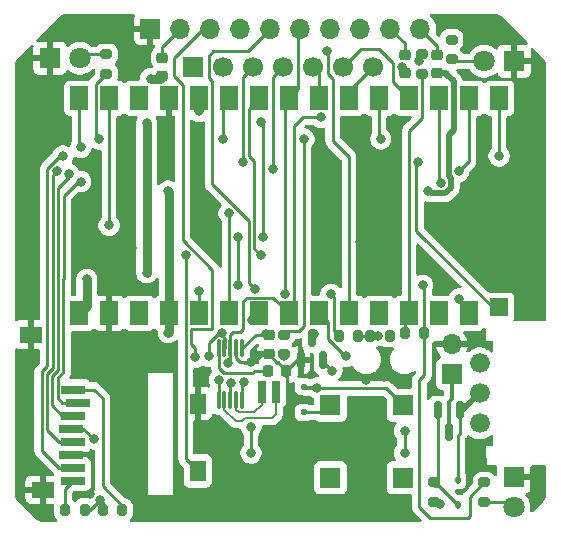
<source format=gbr>
%TF.GenerationSoftware,KiCad,Pcbnew,9.0.1*%
%TF.CreationDate,2025-06-10T11:43:45-04:00*%
%TF.ProjectId,Ceinture_respiration_Main,4365696e-7475-4726-955f-726573706972,1.1*%
%TF.SameCoordinates,Original*%
%TF.FileFunction,Copper,L4,Bot*%
%TF.FilePolarity,Positive*%
%FSLAX46Y46*%
G04 Gerber Fmt 4.6, Leading zero omitted, Abs format (unit mm)*
G04 Created by KiCad (PCBNEW 9.0.1) date 2025-06-10 11:43:45*
%MOMM*%
%LPD*%
G01*
G04 APERTURE LIST*
G04 Aperture macros list*
%AMRoundRect*
0 Rectangle with rounded corners*
0 $1 Rounding radius*
0 $2 $3 $4 $5 $6 $7 $8 $9 X,Y pos of 4 corners*
0 Add a 4 corners polygon primitive as box body*
4,1,4,$2,$3,$4,$5,$6,$7,$8,$9,$2,$3,0*
0 Add four circle primitives for the rounded corners*
1,1,$1+$1,$2,$3*
1,1,$1+$1,$4,$5*
1,1,$1+$1,$6,$7*
1,1,$1+$1,$8,$9*
0 Add four rect primitives between the rounded corners*
20,1,$1+$1,$2,$3,$4,$5,0*
20,1,$1+$1,$4,$5,$6,$7,0*
20,1,$1+$1,$6,$7,$8,$9,0*
20,1,$1+$1,$8,$9,$2,$3,0*%
G04 Aperture macros list end*
%TA.AperFunction,ComponentPad*%
%ADD10C,1.676400*%
%TD*%
%TA.AperFunction,ComponentPad*%
%ADD11R,1.800000X1.800000*%
%TD*%
%TA.AperFunction,ComponentPad*%
%ADD12C,1.800000*%
%TD*%
%TA.AperFunction,ComponentPad*%
%ADD13R,1.700000X1.700000*%
%TD*%
%TA.AperFunction,ComponentPad*%
%ADD14C,1.700000*%
%TD*%
%TA.AperFunction,SMDPad,CuDef*%
%ADD15RoundRect,0.200000X-0.275000X0.200000X-0.275000X-0.200000X0.275000X-0.200000X0.275000X0.200000X0*%
%TD*%
%TA.AperFunction,SMDPad,CuDef*%
%ADD16RoundRect,0.200000X0.200000X0.275000X-0.200000X0.275000X-0.200000X-0.275000X0.200000X-0.275000X0*%
%TD*%
%TA.AperFunction,SMDPad,CuDef*%
%ADD17RoundRect,0.150000X-0.150000X0.587500X-0.150000X-0.587500X0.150000X-0.587500X0.150000X0.587500X0*%
%TD*%
%TA.AperFunction,ComponentPad*%
%ADD18O,1.700000X1.700000*%
%TD*%
%TA.AperFunction,SMDPad,CuDef*%
%ADD19RoundRect,0.075000X-0.075000X0.650000X-0.075000X-0.650000X0.075000X-0.650000X0.075000X0.650000X0*%
%TD*%
%TA.AperFunction,SMDPad,CuDef*%
%ADD20RoundRect,0.150000X0.150000X-0.587500X0.150000X0.587500X-0.150000X0.587500X-0.150000X-0.587500X0*%
%TD*%
%TA.AperFunction,SMDPad,CuDef*%
%ADD21RoundRect,0.200000X-0.200000X-0.275000X0.200000X-0.275000X0.200000X0.275000X-0.200000X0.275000X0*%
%TD*%
%TA.AperFunction,SMDPad,CuDef*%
%ADD22R,2.000000X0.800000*%
%TD*%
%TA.AperFunction,SMDPad,CuDef*%
%ADD23R,1.400000X1.800000*%
%TD*%
%TA.AperFunction,SMDPad,CuDef*%
%ADD24R,1.900000X1.400000*%
%TD*%
%TA.AperFunction,SMDPad,CuDef*%
%ADD25RoundRect,0.144400X0.235600X-0.825600X0.235600X0.825600X-0.235600X0.825600X-0.235600X-0.825600X0*%
%TD*%
%TA.AperFunction,SMDPad,CuDef*%
%ADD26R,1.800000X1.800000*%
%TD*%
%TA.AperFunction,SMDPad,CuDef*%
%ADD27RoundRect,0.112500X-0.112500X0.187500X-0.112500X-0.187500X0.112500X-0.187500X0.112500X0.187500X0*%
%TD*%
%TA.AperFunction,SMDPad,CuDef*%
%ADD28RoundRect,0.218750X-0.256250X0.218750X-0.256250X-0.218750X0.256250X-0.218750X0.256250X0.218750X0*%
%TD*%
%TA.AperFunction,SMDPad,CuDef*%
%ADD29RoundRect,0.225000X-0.225000X-0.250000X0.225000X-0.250000X0.225000X0.250000X-0.225000X0.250000X0*%
%TD*%
%TA.AperFunction,SMDPad,CuDef*%
%ADD30RoundRect,0.125000X0.125000X-0.125000X0.125000X0.125000X-0.125000X0.125000X-0.125000X-0.125000X0*%
%TD*%
%TA.AperFunction,SMDPad,CuDef*%
%ADD31RoundRect,0.200000X0.275000X-0.200000X0.275000X0.200000X-0.275000X0.200000X-0.275000X-0.200000X0*%
%TD*%
%TA.AperFunction,SMDPad,CuDef*%
%ADD32RoundRect,0.225000X-0.250000X0.225000X-0.250000X-0.225000X0.250000X-0.225000X0.250000X0.225000X0*%
%TD*%
%TA.AperFunction,SMDPad,CuDef*%
%ADD33R,1.560000X2.000000*%
%TD*%
%TA.AperFunction,SMDPad,CuDef*%
%ADD34R,1.560000X1.500000*%
%TD*%
%TA.AperFunction,ViaPad*%
%ADD35C,0.800000*%
%TD*%
%TA.AperFunction,Conductor*%
%ADD36C,0.250000*%
%TD*%
%TA.AperFunction,Conductor*%
%ADD37C,0.500000*%
%TD*%
%TA.AperFunction,Conductor*%
%ADD38C,0.750000*%
%TD*%
%TA.AperFunction,Conductor*%
%ADD39C,0.200000*%
%TD*%
%TA.AperFunction,Conductor*%
%ADD40C,0.350000*%
%TD*%
G04 APERTURE END LIST*
D10*
%TO.P,S1,O*%
%TO.N,/BATTERIE 9V/VBAT*%
X39369750Y-29598000D03*
%TO.P,S1,P*%
%TO.N,/BATTERIE 9V/BAT+_PROT*%
X39369750Y-32138000D03*
%TO.P,S1,S*%
%TO.N,unconnected-(S1-PadS)*%
X39369750Y-34678000D03*
%TD*%
D11*
%TO.P,D5,1,K*%
%TO.N,GND*%
X42250000Y-39225000D03*
D12*
%TO.P,D5,2,A*%
%TO.N,Net-(D5-A)*%
X42250000Y-41765000D03*
%TD*%
D11*
%TO.P,D2,1,K*%
%TO.N,GND*%
X2975000Y-3750000D03*
D12*
%TO.P,D2,2,A*%
%TO.N,Net-(D2-A)*%
X5515000Y-3750000D03*
%TD*%
D11*
%TO.P,D1,1,K*%
%TO.N,GND*%
X42275000Y-4000000D03*
D12*
%TO.P,D1,2,A*%
%TO.N,Net-(D1-A)*%
X39735000Y-4000000D03*
%TD*%
D13*
%TO.P,J8,1,Pin_1*%
%TO.N,GND*%
X15090000Y-4500000D03*
D14*
%TO.P,J8,2,Pin_2*%
%TO.N,+3.3V*%
X17630000Y-4500000D03*
%TO.P,J8,3,Pin_3*%
%TO.N,/DEVICES/SCK*%
X20170000Y-4500000D03*
%TO.P,J8,4,Pin_4*%
%TO.N,/DEVICES/MOSI*%
X22710000Y-4500000D03*
%TO.P,J8,5,Pin_5*%
%TO.N,/DEVICES/OLED_RST*%
X25250000Y-4500000D03*
%TO.P,J8,6,Pin_6*%
%TO.N,/DEVICES/OLED_DC*%
X27790000Y-4500000D03*
%TO.P,J8,7,Pin_7*%
%TO.N,/DEVICES/OLED_CS*%
X30330000Y-4500000D03*
%TD*%
D15*
%TO.P,R8,1*%
%TO.N,/BATTERIE 9V/24V_PROT_GATE*%
X35500000Y-39675000D03*
%TO.P,R8,2*%
%TO.N,GND*%
X35500000Y-41325000D03*
%TD*%
D16*
%TO.P,R10,1*%
%TO.N,+3.3V*%
X29075000Y-27250000D03*
%TO.P,R10,2*%
%TO.N,/SCL*%
X27425000Y-27250000D03*
%TD*%
D17*
%TO.P,Q2,1,G*%
%TO.N,/BATTERIE 9V/24V_PROT_GATE*%
X35800000Y-33562500D03*
%TO.P,Q2,2,S*%
%TO.N,/BATTERIE 9V/BAT+_PROT*%
X37700000Y-33562500D03*
%TO.P,Q2,3,D*%
%TO.N,/BATTERIE 9V/BAT+*%
X36750000Y-35437500D03*
%TD*%
D13*
%TO.P,J2,1,Pin_1*%
%TO.N,GND*%
X11460000Y-1270000D03*
D18*
%TO.P,J2,2,Pin_2*%
%TO.N,Net-(J2-Pin_2)*%
X14000000Y-1270000D03*
%TO.P,J2,3,Pin_3*%
%TO.N,/MCU/EXT1*%
X16540000Y-1270000D03*
%TO.P,J2,4,Pin_4*%
%TO.N,/MCU/EXT2*%
X19080000Y-1270000D03*
%TO.P,J2,5,Pin_5*%
%TO.N,/MCU/EXT3*%
X21620000Y-1270000D03*
%TO.P,J2,6,Pin_6*%
%TO.N,/MCU/EXT4*%
X24160000Y-1270000D03*
%TO.P,J2,7,Pin_7*%
%TO.N,/SDA*%
X26700000Y-1270000D03*
%TO.P,J2,8,Pin_8*%
%TO.N,/SCL*%
X29240000Y-1270000D03*
%TO.P,J2,9,Pin_9*%
%TO.N,Net-(J2-Pin_9)*%
X31780000Y-1270000D03*
%TO.P,J2,10,Pin_10*%
%TO.N,Net-(J2-Pin_10)*%
X34320000Y-1270000D03*
%TD*%
D19*
%TO.P,U1,1,REG*%
%TO.N,/DEVICES/M_REG*%
X17250000Y-28300000D03*
%TO.P,U1,2,SCL*%
%TO.N,/SCL*%
X17750000Y-28300000D03*
%TO.P,U1,3,SDA*%
%TO.N,/SDA*%
X18250000Y-28300000D03*
%TO.P,U1,4,IN/TRIG*%
%TO.N,GND*%
X18750000Y-28300000D03*
%TO.P,U1,5,EN*%
%TO.N,+3.3V*%
X19250000Y-28300000D03*
%TO.P,U1,6,VDD*%
X19250000Y-32700000D03*
%TO.P,U1,7,OUT+*%
%TO.N,/DEVICES/M+*%
X18750000Y-32700000D03*
%TO.P,U1,8,GND*%
%TO.N,GND*%
X18250000Y-32700000D03*
%TO.P,U1,9,OUT-*%
%TO.N,/DEVICES/M-*%
X17750000Y-32700000D03*
%TO.P,U1,10,VDD*%
%TO.N,+3.3V*%
X17250000Y-32700000D03*
%TD*%
D20*
%TO.P,Q1,1,B*%
%TO.N,Net-(Q1-B)*%
X26100000Y-29337500D03*
%TO.P,Q1,2,E*%
%TO.N,GND*%
X24200000Y-29337500D03*
%TO.P,Q1,3,C*%
%TO.N,Net-(D3-A)*%
X25150000Y-27462500D03*
%TD*%
D13*
%TO.P,J11,1,Pin_1*%
%TO.N,/BATTERIE 9V/BAT+*%
X37000000Y-30500000D03*
D18*
%TO.P,J11,2,Pin_2*%
%TO.N,GND*%
X37000000Y-27960000D03*
%TD*%
D15*
%TO.P,R7,1*%
%TO.N,/DEVICES/BUZZER*%
X22750000Y-27175000D03*
%TO.P,R7,2*%
%TO.N,Net-(Q1-B)*%
X22750000Y-28825000D03*
%TD*%
D16*
%TO.P,R6,1*%
%TO.N,+3.3V*%
X5900000Y-42000000D03*
%TO.P,R6,2*%
%TO.N,Net-(J9-DAT1)*%
X4250000Y-42000000D03*
%TD*%
D21*
%TO.P,R11,1*%
%TO.N,+3.3V*%
X30100000Y-27250000D03*
%TO.P,R11,2*%
%TO.N,/SDA*%
X31750000Y-27250000D03*
%TD*%
D22*
%TO.P,J9,1,DAT2*%
%TO.N,Net-(J9-DAT2)*%
X4950000Y-31810000D03*
%TO.P,J9,2,CD/DAT3*%
%TO.N,/DEVICES/SD_CS*%
X5350000Y-32910000D03*
%TO.P,J9,3,CMD*%
%TO.N,/DEVICES/MOSI*%
X4950000Y-34010000D03*
%TO.P,J9,4,VDD*%
%TO.N,+3.3V*%
X4750000Y-35110000D03*
%TO.P,J9,5,CLK*%
%TO.N,/DEVICES/SCK*%
X4950000Y-36210000D03*
%TO.P,J9,6,VSS*%
%TO.N,GND*%
X4750000Y-37310000D03*
%TO.P,J9,7,DAT0*%
%TO.N,/DEVICES/MISO*%
X4950000Y-38410000D03*
%TO.P,J9,8,DAT1*%
%TO.N,Net-(J9-DAT1)*%
X4950000Y-39510000D03*
D23*
%TO.P,J9,9,CD1*%
%TO.N,/DEVICES/SD_DETECT*%
X15500000Y-38700000D03*
%TO.P,J9,10,CD2*%
%TO.N,GND*%
X15500000Y-33000000D03*
D24*
%TO.P,J9,11,GND*%
X2350000Y-40300000D03*
%TO.P,J9,12,GND*%
X1350000Y-27150000D03*
%TD*%
D15*
%TO.P,R4,1*%
%TO.N,Net-(D2-A)*%
X7750000Y-3425000D03*
%TO.P,R4,2*%
%TO.N,/DEVICES/LED2*%
X7750000Y-5075000D03*
%TD*%
D25*
%TO.P,M1,1,+*%
%TO.N,/DEVICES/M+*%
X20900000Y-31980000D03*
%TO.P,M1,2,-*%
%TO.N,/DEVICES/M-*%
X22100000Y-31980000D03*
%TD*%
D26*
%TO.P,LS1,1*%
%TO.N,N/C*%
X26725000Y-39275000D03*
%TO.P,LS1,2*%
X32875000Y-39275000D03*
%TO.P,LS1,N*%
%TO.N,Net-(D3-A)*%
X32875000Y-33125000D03*
%TO.P,LS1,P*%
%TO.N,+3.3V*%
X26725000Y-33125000D03*
%TD*%
D27*
%TO.P,D4,1,K*%
%TO.N,/BATTERIE 9V/BAT+_PROT*%
X37500000Y-39450000D03*
%TO.P,D4,2,A*%
%TO.N,/BATTERIE 9V/24V_PROT_GATE*%
X37500000Y-41550000D03*
%TD*%
D28*
%TO.P,F2,1*%
%TO.N,Net-(J2-Pin_10)*%
X35750000Y-3462500D03*
%TO.P,F2,2*%
%TO.N,+5V*%
X35750000Y-5037500D03*
%TD*%
%TO.P,F3,1*%
%TO.N,Net-(J2-Pin_2)*%
X12500000Y-3712500D03*
%TO.P,F3,2*%
%TO.N,/BATTERIE 9V/VBAT*%
X12500000Y-5287500D03*
%TD*%
D29*
%TO.P,C3,1*%
%TO.N,/DEVICES/M_REG*%
X21450000Y-30250000D03*
%TO.P,C3,2*%
%TO.N,GND*%
X23000000Y-30250000D03*
%TD*%
D30*
%TO.P,D3,1,K*%
%TO.N,+3.3V*%
X24450000Y-33750000D03*
%TO.P,D3,2,A*%
%TO.N,Net-(D3-A)*%
X24450000Y-31550000D03*
%TD*%
D31*
%TO.P,R3,1*%
%TO.N,Net-(D1-A)*%
X37000000Y-3825000D03*
%TO.P,R3,2*%
%TO.N,/DEVICES/LED1*%
X37000000Y-2175000D03*
%TD*%
D32*
%TO.P,C2,1*%
%TO.N,+3.3V*%
X21500000Y-27225000D03*
%TO.P,C2,2*%
%TO.N,GND*%
X21500000Y-28775000D03*
%TD*%
D21*
%TO.P,R5,1*%
%TO.N,+3.3V*%
X7425000Y-42000000D03*
%TO.P,R5,2*%
%TO.N,Net-(J9-DAT2)*%
X9075000Y-42000000D03*
%TD*%
D16*
%TO.P,R1,1*%
%TO.N,/BATTERIE 9V/VBAT*%
X34670000Y-27058000D03*
%TO.P,R1,2*%
%TO.N,/MCU/bat_voltage*%
X33020000Y-27058000D03*
%TD*%
D33*
%TO.P,A1,1,D1/TX*%
%TO.N,/DEVICES/BTN3*%
X5440000Y-7150000D03*
%TO.P,A1,2,D0/RX*%
%TO.N,/DEVICES/BTN4*%
X7980000Y-7150000D03*
%TO.P,A1,3,~{RESET}*%
%TO.N,unconnected-(A1-~{RESET}-Pad3)*%
X10520000Y-7150000D03*
%TO.P,A1,4,GND*%
%TO.N,GND*%
X13060000Y-7150000D03*
%TO.P,A1,5,D2*%
%TO.N,/DEVICES/LED1*%
X15600000Y-7150000D03*
%TO.P,A1,6,D3*%
%TO.N,/DEVICES/LED2*%
X18140000Y-7150000D03*
%TO.P,A1,7,D4*%
%TO.N,/DEVICES/SD_DETECT*%
X20680000Y-7150000D03*
%TO.P,A1,8,D5*%
%TO.N,/MCU/EXT4*%
X23220000Y-7150000D03*
%TO.P,A1,9,D6*%
%TO.N,/DEVICES/OLED_RST*%
X25760000Y-7150000D03*
%TO.P,A1,10,D7*%
%TO.N,/DEVICES/OLED_CS*%
X28300000Y-7150000D03*
%TO.P,A1,11,D8*%
%TO.N,/DEVICES/BUZZER*%
X30840000Y-7150000D03*
%TO.P,A1,12,D9*%
%TO.N,/DEVICES/OLED_DC*%
X33380000Y-7150000D03*
%TO.P,A1,13,D10*%
%TO.N,/DEVICES/SD_CS*%
X35920000Y-7150000D03*
%TO.P,A1,14,D11*%
%TO.N,/DEVICES/MOSI*%
X38460000Y-7150000D03*
%TO.P,A1,15,D12*%
%TO.N,/DEVICES/MISO*%
X41000000Y-7150000D03*
D34*
%TO.P,A1,16,D13*%
%TO.N,/DEVICES/SCK*%
X41000000Y-24850000D03*
D33*
%TO.P,A1,17,3V3*%
%TO.N,+3.3V*%
X38460000Y-25350000D03*
%TO.P,A1,18,AREF*%
%TO.N,unconnected-(A1-AREF-Pad18)*%
X35920000Y-25350000D03*
%TO.P,A1,19,A0*%
%TO.N,/MCU/bat_voltage*%
X33380000Y-25350000D03*
%TO.P,A1,20,A1*%
%TO.N,/MCU/EXT1*%
X30840000Y-25350000D03*
%TO.P,A1,21,A2*%
%TO.N,/MCU/EXT2*%
X28300000Y-25350000D03*
%TO.P,A1,22,A3*%
%TO.N,/MCU/EXT3*%
X25760000Y-25350000D03*
%TO.P,A1,23,A4*%
%TO.N,/SDA*%
X23220000Y-25350000D03*
%TO.P,A1,24,A5*%
%TO.N,/SCL*%
X20680000Y-25350000D03*
%TO.P,A1,25,A6*%
%TO.N,/DEVICES/BTN1*%
X18140000Y-25350000D03*
%TO.P,A1,26,A7*%
%TO.N,/DEVICES/BTN2*%
X15600000Y-25350000D03*
%TO.P,A1,27,+5V*%
%TO.N,+5V*%
X13060000Y-25350000D03*
%TO.P,A1,28,~{RESET}*%
%TO.N,unconnected-(A1-~{RESET}-Pad28)*%
X10520000Y-25350000D03*
%TO.P,A1,29,GND*%
%TO.N,GND*%
X7980000Y-25350000D03*
%TO.P,A1,30,VIN*%
%TO.N,/BATTERIE 9V/VBAT*%
X5440000Y-25350000D03*
%TD*%
D31*
%TO.P,R2,1*%
%TO.N,/MCU/bat_voltage*%
X34500000Y-5075000D03*
%TO.P,R2,2*%
%TO.N,GND*%
X34500000Y-3425000D03*
%TD*%
D28*
%TO.P,F1,1*%
%TO.N,Net-(J2-Pin_9)*%
X33000000Y-3462500D03*
%TO.P,F1,2*%
%TO.N,+3.3V*%
X33000000Y-5037500D03*
%TD*%
D31*
%TO.P,R9,1*%
%TO.N,Net-(D5-A)*%
X39750000Y-41325000D03*
%TO.P,R9,2*%
%TO.N,/BATTERIE 9V/VBAT*%
X39750000Y-39675000D03*
%TD*%
D35*
%TO.N,/DEVICES/LED2*%
X7116299Y-10585500D03*
X17623301Y-10585500D03*
%TO.N,/MCU/EXT4*%
X22860000Y-23750000D03*
%TO.N,GND*%
X9906000Y-19812000D03*
X31496000Y-16510000D03*
X21336000Y-40386000D03*
X12954000Y-29972000D03*
X39370000Y-16510000D03*
X44196000Y-21844000D03*
X43942000Y-20066000D03*
X9144000Y-508000D03*
X9144000Y-15240000D03*
X26924000Y-19812000D03*
X40000000Y-9000000D03*
X7366000Y-1016000D03*
X13000000Y-9000000D03*
X29718000Y-30988000D03*
X23368000Y-41402000D03*
X44450000Y-9652000D03*
X8128000Y-20320000D03*
X31050000Y-38354000D03*
X25908000Y-18796000D03*
X23114000Y-39370000D03*
X32512000Y-42164000D03*
X762000Y-38354000D03*
X37338000Y-19812000D03*
X34798000Y-21082000D03*
X24638000Y-38862000D03*
X39116000Y-37084000D03*
X16256000Y-41910000D03*
X34250000Y-4000000D03*
X16764000Y-19558000D03*
X41402000Y-22606000D03*
X31242000Y-30734000D03*
X31050000Y-39900000D03*
X29972000Y-41910000D03*
X2540000Y-6604000D03*
X11684000Y-42418000D03*
X32004000Y-19050000D03*
X36068000Y-22352000D03*
X8636000Y-27940000D03*
X508000Y-24384000D03*
X6350000Y-27432000D03*
X18288000Y-42164000D03*
X1524000Y-21336000D03*
X762000Y-9398000D03*
X1016000Y-35306000D03*
X38608000Y-38862000D03*
X9398000Y-39116000D03*
X29210000Y-19304000D03*
X4826000Y-762000D03*
X44450000Y-6858000D03*
X44450000Y-24638000D03*
X38100000Y-508000D03*
X44450000Y-15494000D03*
X21590000Y-38354000D03*
X9906000Y-38100000D03*
X44196000Y-4826000D03*
X28194000Y-30480000D03*
X28702000Y-38862000D03*
X13716000Y-42418000D03*
X18796000Y-40894000D03*
X44450000Y-12192000D03*
X26416000Y-41910000D03*
X39878000Y-18288000D03*
X762000Y-5080000D03*
X762000Y-7112000D03*
X762000Y-32512000D03*
X30226000Y-16256000D03*
X24892000Y-42418000D03*
X6858000Y-29718000D03*
X26162000Y-16764000D03*
X27050000Y-34950000D03*
X762000Y-18542000D03*
X508000Y-12700000D03*
X44450000Y-17272000D03*
X29972000Y-20320000D03*
X6350000Y-40640000D03*
X18300000Y-31250000D03*
X2286000Y-10668000D03*
X27178000Y-42418000D03*
X5334000Y-30480000D03*
X5588000Y-20828000D03*
X44196000Y-18542000D03*
X6604000Y-19558000D03*
X1016000Y-15494000D03*
X6604000Y-28702000D03*
X10668000Y-40132000D03*
X20000000Y-29500000D03*
X40132000Y-13716000D03*
X39116000Y-21590000D03*
X762000Y-11176000D03*
X36000000Y-41500000D03*
X40894000Y-20574000D03*
X19812000Y-39116000D03*
X36576000Y-16510000D03*
X21082000Y-41910000D03*
X39624000Y-1016000D03*
X762000Y-29210000D03*
%TO.N,/DEVICES/LED1*%
X15600000Y-8262000D03*
X37000000Y-2175000D03*
%TO.N,/MCU/EXT3*%
X28000000Y-29000000D03*
X20320000Y-23300500D03*
X25760000Y-25350000D03*
%TO.N,/DEVICES/SD_DETECT*%
X14475000Y-20454000D03*
X20828000Y-20454000D03*
%TO.N,/DEVICES/BUZZER*%
X24485600Y-10585500D03*
X30988000Y-10585500D03*
%TO.N,/DEVICES/MISO*%
X41000000Y-12034500D03*
X4064000Y-12034500D03*
%TO.N,/DEVICES/SCK*%
X3556000Y-13342000D03*
X19304000Y-12542500D03*
X34104500Y-12542500D03*
%TO.N,+3.3V*%
X26725000Y-33125000D03*
X37592000Y-24130000D03*
X32750000Y-4500000D03*
X7224356Y-41124259D03*
X19400000Y-31200000D03*
X21300000Y-27102200D03*
X30750000Y-27250000D03*
X6700500Y-36000000D03*
X17300000Y-31000000D03*
%TO.N,/DEVICES/BTN4*%
X7980000Y-17914000D03*
%TO.N,/DEVICES/SD_CS*%
X5588000Y-14200498D03*
X36068000Y-14358000D03*
%TO.N,/SDA*%
X25908000Y-8770000D03*
X18075109Y-29576416D03*
X31750000Y-27250000D03*
%TO.N,/SCL*%
X20986500Y-18930000D03*
X20079300Y-25949191D03*
X20828000Y-9136000D03*
X17541052Y-26997488D03*
X18864500Y-22994000D03*
X16408400Y-29001700D03*
X26750000Y-23750000D03*
X18864500Y-18930000D03*
%TO.N,/MCU/EXT1*%
X15240000Y-29090000D03*
X30835600Y-25584800D03*
%TO.N,/MCU/EXT2*%
X28092400Y-25381600D03*
X26416000Y-3182000D03*
%TO.N,+5V*%
X33000000Y-37195901D03*
X13000000Y-27000000D03*
X33000000Y-35296901D03*
X20000000Y-37195901D03*
X35000000Y-15000000D03*
X13000000Y-15000000D03*
X20000000Y-35000000D03*
%TO.N,/DEVICES/BTN3*%
X5588000Y-11310000D03*
%TO.N,Net-(D3-A)*%
X25593426Y-31671488D03*
X25350000Y-27102200D03*
%TO.N,/DEVICES/BTN1*%
X18140000Y-16898000D03*
%TO.N,/DEVICES/BTN2*%
X15600000Y-23502000D03*
%TO.N,Net-(Q1-B)*%
X22777504Y-29002199D03*
X26844653Y-30194653D03*
%TO.N,/DEVICES/MOSI*%
X21844000Y-13125500D03*
X37592000Y-13342000D03*
X4572000Y-13558500D03*
%TO.N,/BATTERIE 9V/VBAT*%
X11176000Y-21919000D03*
X11500000Y-5475000D03*
X34525000Y-22975000D03*
X11176000Y-9278000D03*
X6096000Y-22486000D03*
%TD*%
D36*
%TO.N,/DEVICES/LED2*%
X17623301Y-10585500D02*
X17623301Y-7666699D01*
X6875000Y-10344201D02*
X6875000Y-5950000D01*
X6875000Y-5950000D02*
X7750000Y-5075000D01*
X7116299Y-10585500D02*
X6875000Y-10344201D01*
X17623301Y-7666699D02*
X18140000Y-7150000D01*
%TO.N,/MCU/EXT4*%
X22860000Y-7510000D02*
X23220000Y-7150000D01*
X24000000Y-1430000D02*
X24000000Y-6370000D01*
X24160000Y-1270000D02*
X24000000Y-1430000D01*
X24000000Y-6370000D02*
X23220000Y-7150000D01*
X22860000Y-23750000D02*
X22860000Y-7510000D01*
%TO.N,GND*%
X23000000Y-30250000D02*
X22250000Y-29500000D01*
D37*
X13060000Y-8940000D02*
X13000000Y-9000000D01*
D36*
X24200000Y-29337500D02*
X23912500Y-29337500D01*
X23912500Y-29337500D02*
X23000000Y-30250000D01*
X18750000Y-29164000D02*
X18750000Y-28300000D01*
X21500000Y-28775000D02*
X20975000Y-28775000D01*
X21500000Y-28792462D02*
X22228769Y-29521231D01*
X19086000Y-29500000D02*
X18750000Y-29164000D01*
X18300000Y-31250000D02*
X18250000Y-31300000D01*
D37*
X13060000Y-7150000D02*
X13060000Y-8940000D01*
D36*
X20975000Y-28775000D02*
X20250000Y-29500000D01*
X21500000Y-28775000D02*
X21500000Y-28792462D01*
X24200000Y-29337500D02*
X24062500Y-29200000D01*
X20250000Y-29500000D02*
X19086000Y-29500000D01*
X18250000Y-31300000D02*
X18250000Y-32700000D01*
X24062500Y-29200000D02*
X24062500Y-29187500D01*
D37*
X13060000Y-6560000D02*
X13060000Y-7150000D01*
D36*
%TO.N,/DEVICES/LED1*%
X15600000Y-8262000D02*
X15600000Y-7150000D01*
%TO.N,/MCU/EXT3*%
X16705000Y-5663000D02*
X16455000Y-5413000D01*
X19812000Y-22792500D02*
X19812000Y-17544695D01*
X20320000Y-23300500D02*
X19812000Y-22792500D01*
X16455000Y-5413000D02*
X16455000Y-3545000D01*
X26500000Y-27550000D02*
X26500000Y-26090000D01*
X28000000Y-29000000D02*
X27950000Y-29000000D01*
X16705000Y-14437695D02*
X16705000Y-5663000D01*
X26500000Y-26090000D02*
X25760000Y-25350000D01*
X19708000Y-3182000D02*
X21620000Y-1270000D01*
X19812000Y-17544695D02*
X16705000Y-14437695D01*
X27950000Y-29000000D02*
X26500000Y-27550000D01*
X16818000Y-3182000D02*
X19708000Y-3182000D01*
X16455000Y-3545000D02*
X16818000Y-3182000D01*
%TO.N,/DEVICES/SD_DETECT*%
X20680000Y-7150000D02*
X19812000Y-8018000D01*
X20262000Y-12475195D02*
X20262000Y-19888000D01*
X15500000Y-38700000D02*
X14475000Y-37675000D01*
X19812000Y-8018000D02*
X19812000Y-12025195D01*
X20262000Y-19888000D02*
X20828000Y-20454000D01*
X14475000Y-37675000D02*
X14475000Y-20454000D01*
X19812000Y-12025195D02*
X20262000Y-12475195D01*
%TO.N,/DEVICES/BUZZER*%
X23062500Y-26862500D02*
X22750000Y-27175000D01*
X24485600Y-10585500D02*
X24485600Y-24010000D01*
X24020700Y-26862500D02*
X23062500Y-26862500D01*
X30988000Y-10585500D02*
X30840000Y-10437500D01*
X24485600Y-24010000D02*
X24485600Y-26397600D01*
X24485600Y-26397600D02*
X24020700Y-26862500D01*
X30840000Y-10437500D02*
X30840000Y-7150000D01*
%TO.N,/DEVICES/OLED_RST*%
X25760000Y-5010000D02*
X25250000Y-4500000D01*
X25760000Y-7150000D02*
X25760000Y-5010000D01*
%TO.N,/DEVICES/OLED_CS*%
X28300000Y-6530000D02*
X30330000Y-4500000D01*
X28300000Y-7150000D02*
X28300000Y-6530000D01*
%TO.N,/DEVICES/MISO*%
X3838195Y-12034500D02*
X2757600Y-13115095D01*
X2757600Y-13115095D02*
X2757600Y-29784008D01*
X2275000Y-36985000D02*
X3700000Y-38410000D01*
X41000000Y-7150000D02*
X41000000Y-11966000D01*
X3700000Y-38410000D02*
X4950000Y-38410000D01*
X2275000Y-30266608D02*
X2275000Y-36985000D01*
X2757600Y-29784008D02*
X2275000Y-30266608D01*
X40931500Y-12034500D02*
X41000000Y-12034500D01*
X4064000Y-12034500D02*
X3838195Y-12034500D01*
X41000000Y-11966000D02*
X40931500Y-12034500D01*
%TO.N,/DEVICES/SCK*%
X41000000Y-25350000D02*
X34000000Y-18350000D01*
X19304000Y-5366000D02*
X20170000Y-4500000D01*
X2725000Y-30453004D02*
X3207600Y-29970404D01*
X4950000Y-36210000D02*
X3700000Y-36210000D01*
X34000000Y-12647000D02*
X34104500Y-12542500D01*
X3700000Y-36210000D02*
X2725000Y-35235000D01*
X3207600Y-29970404D02*
X3207600Y-13690400D01*
X19304000Y-12542500D02*
X19304000Y-5366000D01*
X34000000Y-18350000D02*
X34000000Y-13000000D01*
X3207600Y-13690400D02*
X3556000Y-13342000D01*
X34000000Y-13000000D02*
X34000000Y-12647000D01*
X2725000Y-35235000D02*
X2725000Y-30453004D01*
%TO.N,+3.3V*%
X32750000Y-4500000D02*
X33000000Y-4750000D01*
X24450000Y-33750000D02*
X26100000Y-33750000D01*
X17250000Y-31264000D02*
X17250000Y-32700000D01*
X38460000Y-24998000D02*
X37592000Y-24130000D01*
X20400000Y-27150000D02*
X19250000Y-28300000D01*
X21252200Y-27150000D02*
X20400000Y-27150000D01*
X19250000Y-31350000D02*
X19400000Y-31200000D01*
X4750000Y-35110000D02*
X5810500Y-35110000D01*
X29500000Y-27250000D02*
X30100000Y-27250000D01*
X26100000Y-33750000D02*
X26725000Y-33125000D01*
X17300000Y-31214000D02*
X17250000Y-31264000D01*
X21422800Y-27225000D02*
X21300000Y-27102200D01*
X29500000Y-27250000D02*
X30750000Y-27250000D01*
X6348615Y-42000000D02*
X7224356Y-41124259D01*
X21500000Y-27225000D02*
X21422800Y-27225000D01*
X33000000Y-4750000D02*
X33000000Y-5037500D01*
X7224356Y-41124259D02*
X7425000Y-41324903D01*
X38460000Y-25350000D02*
X38460000Y-24998000D01*
X7425000Y-41324903D02*
X7425000Y-42000000D01*
X17300000Y-31000000D02*
X17300000Y-31214000D01*
X5810500Y-35110000D02*
X6700500Y-36000000D01*
X29075000Y-27250000D02*
X29500000Y-27250000D01*
X5900000Y-42000000D02*
X6348615Y-42000000D01*
X21300000Y-27102200D02*
X21252200Y-27150000D01*
X19250000Y-32700000D02*
X19250000Y-31350000D01*
%TO.N,/DEVICES/BTN4*%
X7980000Y-17914000D02*
X7980000Y-7150000D01*
%TO.N,/DEVICES/OLED_DC*%
X33380000Y-7150000D02*
X32004000Y-5774000D01*
X32004000Y-5774000D02*
X32004000Y-4198000D01*
X32004000Y-4198000D02*
X30806000Y-3000000D01*
X33380000Y-7150000D02*
X33380000Y-6590000D01*
X30806000Y-3000000D02*
X29290000Y-3000000D01*
X29290000Y-3000000D02*
X27790000Y-4500000D01*
%TO.N,/DEVICES/SD_CS*%
X3625000Y-32535000D02*
X3625000Y-30849800D01*
X3625000Y-30849800D02*
X4114800Y-30360000D01*
X5588000Y-14200498D02*
X5365898Y-14200498D01*
X4128198Y-22472602D02*
X4114800Y-22486000D01*
X5350000Y-32910000D02*
X4000000Y-32910000D01*
X35920000Y-14210000D02*
X35920000Y-7150000D01*
X4128198Y-15438198D02*
X4128198Y-22472602D01*
X4114800Y-30360000D02*
X4114800Y-22486000D01*
X4000000Y-32910000D02*
X3625000Y-32535000D01*
X36068000Y-14358000D02*
X35920000Y-14210000D01*
X5365898Y-14200498D02*
X4128198Y-15438198D01*
%TO.N,/MCU/bat_voltage*%
X33380000Y-9934000D02*
X34500000Y-8814000D01*
X34500000Y-8814000D02*
X34500000Y-5075000D01*
X33380000Y-25350000D02*
X33380000Y-9934000D01*
X33020000Y-25710000D02*
X33380000Y-25350000D01*
X33020000Y-27058000D02*
X33020000Y-25710000D01*
%TO.N,/SDA*%
X19354800Y-24314800D02*
X19644600Y-24025000D01*
X25908000Y-8770000D02*
X24384000Y-8770000D01*
X18250000Y-27146800D02*
X18440400Y-26956400D01*
X18250000Y-29401525D02*
X18250000Y-28300000D01*
X19050000Y-26956400D02*
X19354800Y-26651600D01*
X18440400Y-26956400D02*
X19050000Y-26956400D01*
X21488400Y-24025000D02*
X21895000Y-24025000D01*
X18075109Y-29576416D02*
X18250000Y-29401525D01*
X19354800Y-26651600D02*
X19354800Y-24314800D01*
X19644600Y-24025000D02*
X21488400Y-24025000D01*
X24384000Y-8770000D02*
X23670000Y-9484000D01*
X23670000Y-9484000D02*
X23670000Y-24900000D01*
X21895000Y-24025000D02*
X23220000Y-25350000D01*
X23670000Y-24900000D02*
X23220000Y-25350000D01*
X18250000Y-28300000D02*
X18250000Y-27146800D01*
%TO.N,/SCL*%
X17541052Y-26997488D02*
X17541052Y-27250367D01*
X17775000Y-27484315D02*
X17775000Y-28282200D01*
X16408400Y-27850915D02*
X16408400Y-29001700D01*
X17541052Y-26997488D02*
X17261827Y-26997488D01*
X17775000Y-28282200D02*
X17757200Y-28300000D01*
X20828000Y-9136000D02*
X20986500Y-9294500D01*
X27000000Y-24000000D02*
X27000000Y-26825000D01*
X17757200Y-28300000D02*
X17750000Y-28300000D01*
X17261827Y-26997488D02*
X16408400Y-27850915D01*
X18864500Y-22994000D02*
X18864500Y-18930000D01*
X20986500Y-9294500D02*
X20986500Y-18930000D01*
X27000000Y-26825000D02*
X27425000Y-27250000D01*
X26750000Y-23750000D02*
X27000000Y-24000000D01*
X17541052Y-27250367D02*
X17775000Y-27484315D01*
%TO.N,/MCU/EXT1*%
X14925000Y-27952000D02*
X14925000Y-26675000D01*
X30840000Y-25580400D02*
X30835600Y-25584800D01*
X30840000Y-25350000D02*
X30840000Y-25580400D01*
X16705000Y-21658695D02*
X14224000Y-19177695D01*
X15240000Y-28267000D02*
X14925000Y-27952000D01*
X14224000Y-19177695D02*
X14224000Y-5984000D01*
X15970000Y-1270000D02*
X16540000Y-1270000D01*
X14925000Y-26675000D02*
X16705000Y-26675000D01*
X16705000Y-26675000D02*
X16705000Y-21658695D01*
X13500000Y-3740000D02*
X15970000Y-1270000D01*
X14224000Y-5984000D02*
X13500000Y-5260000D01*
X15240000Y-29090000D02*
X15240000Y-28267000D01*
X13500000Y-5260000D02*
X13500000Y-3740000D01*
%TO.N,/MCU/EXT2*%
X28300000Y-25350000D02*
X28300000Y-12120000D01*
X28300000Y-25350000D02*
X28124000Y-25350000D01*
X19080000Y-1882000D02*
X19080000Y-1270000D01*
X26924000Y-10744000D02*
X26924000Y-5500000D01*
X28300000Y-12120000D02*
X26924000Y-10744000D01*
X26924000Y-5500000D02*
X26500000Y-5076000D01*
X26500000Y-3266000D02*
X26416000Y-3182000D01*
X28124000Y-25350000D02*
X28092400Y-25381600D01*
X26500000Y-5076000D02*
X26500000Y-3266000D01*
D37*
%TO.N,+5V*%
X36742000Y-10258000D02*
X36742000Y-13742000D01*
X36918000Y-13918000D02*
X36918000Y-14710082D01*
X36420082Y-15208000D02*
X35208000Y-15208000D01*
X36742000Y-13742000D02*
X36918000Y-13918000D01*
X36450000Y-5000000D02*
X36600000Y-5150000D01*
D38*
X13060000Y-26940000D02*
X13060000Y-15060000D01*
D36*
X20000000Y-35000000D02*
X20000000Y-37195901D01*
D37*
X36487500Y-5037500D02*
X35750000Y-5037500D01*
X36918000Y-14710082D02*
X36420082Y-15208000D01*
X36600000Y-5150000D02*
X36487500Y-5037500D01*
D36*
X33000000Y-35296901D02*
X33000000Y-37195901D01*
D37*
X36600000Y-5150000D02*
X37150000Y-5700000D01*
X37150000Y-9850000D02*
X36742000Y-10258000D01*
X37150000Y-5700000D02*
X37150000Y-9850000D01*
X35208000Y-15208000D02*
X35000000Y-15000000D01*
D38*
X13000000Y-27000000D02*
X13060000Y-26940000D01*
D36*
X13060000Y-15060000D02*
X13000000Y-15000000D01*
%TO.N,/DEVICES/BTN3*%
X5440000Y-11162000D02*
X5440000Y-7150000D01*
X5588000Y-11310000D02*
X5440000Y-11162000D01*
%TO.N,Net-(D3-A)*%
X25350000Y-27262500D02*
X25150000Y-27462500D01*
X24450000Y-31550000D02*
X25471938Y-31550000D01*
X24450000Y-31550000D02*
X24614000Y-31714000D01*
X31464000Y-31714000D02*
X32875000Y-33125000D01*
X25471938Y-31550000D02*
X25593426Y-31671488D01*
X24614000Y-31714000D02*
X31464000Y-31714000D01*
X25350000Y-27102200D02*
X25350000Y-27262500D01*
%TO.N,/DEVICES/BTN1*%
X18140000Y-16898000D02*
X18140000Y-25350000D01*
%TO.N,/DEVICES/BTN2*%
X15600000Y-23502000D02*
X15600000Y-25350000D01*
%TO.N,Net-(D5-A)*%
X41810000Y-41325000D02*
X42250000Y-41765000D01*
X39750000Y-41325000D02*
X41810000Y-41325000D01*
%TO.N,Net-(D2-A)*%
X7750000Y-3425000D02*
X5840000Y-3425000D01*
X5840000Y-3425000D02*
X5515000Y-3750000D01*
%TO.N,/DEVICES/M_REG*%
X20250000Y-30250000D02*
X21450000Y-30250000D01*
X17250000Y-28300000D02*
X17250000Y-29950000D01*
X20133157Y-30366843D02*
X20250000Y-30250000D01*
X17250000Y-29950000D02*
X17666843Y-30366843D01*
X17666843Y-30366843D02*
X20133157Y-30366843D01*
%TO.N,Net-(Q1-B)*%
X26100000Y-29450000D02*
X26844653Y-30194653D01*
X26100000Y-29337500D02*
X26100000Y-29450000D01*
D39*
%TO.N,/DEVICES/M+*%
X20250000Y-33750000D02*
X19000000Y-33750000D01*
X18750000Y-33500000D02*
X18750000Y-32700000D01*
X19000000Y-33750000D02*
X18750000Y-33500000D01*
X20900000Y-31980000D02*
X20900000Y-33100000D01*
X20900000Y-33100000D02*
X20250000Y-33750000D01*
%TO.N,/DEVICES/M-*%
X19500000Y-34250000D02*
X21750000Y-34250000D01*
X21750000Y-34250000D02*
X22100000Y-33900000D01*
X22100000Y-33900000D02*
X22100000Y-31980000D01*
X17750000Y-33500000D02*
X17750000Y-32700000D01*
X18750000Y-34500000D02*
X17750000Y-33500000D01*
X18750000Y-34500000D02*
X19250000Y-34500000D01*
X19250000Y-34500000D02*
X19500000Y-34250000D01*
D36*
%TO.N,/DEVICES/MOSI*%
X21844000Y-5366000D02*
X22710000Y-4500000D01*
X3664800Y-14757200D02*
X4064000Y-14358000D01*
X3175000Y-30663404D02*
X3664800Y-30173604D01*
X4031000Y-34010000D02*
X3175000Y-33154000D01*
X3175000Y-33154000D02*
X3175000Y-30663404D01*
X21844000Y-13125500D02*
X21844000Y-5366000D01*
X4064000Y-14358000D02*
X4572000Y-13850000D01*
X38460000Y-12474000D02*
X38460000Y-7150000D01*
X4572000Y-13850000D02*
X4572000Y-13558500D01*
X3664800Y-30173604D02*
X3664800Y-14757200D01*
X4950000Y-34010000D02*
X4031000Y-34010000D01*
X37592000Y-13342000D02*
X38460000Y-12474000D01*
%TO.N,Net-(D1-A)*%
X39735000Y-4000000D02*
X37175000Y-4000000D01*
X37175000Y-4000000D02*
X37000000Y-3825000D01*
%TO.N,/BATTERIE 9V/BAT+_PROT*%
X37500000Y-39450000D02*
X37500000Y-35700000D01*
D37*
X37897250Y-33562500D02*
X39459750Y-32000000D01*
D36*
X37700000Y-33562500D02*
X37897250Y-33562500D01*
X37500000Y-35700000D02*
X37700000Y-35500000D01*
X37700000Y-35500000D02*
X37700000Y-33562500D01*
%TO.N,/BATTERIE 9V/24V_PROT_GATE*%
X35800000Y-39850000D02*
X35940000Y-39990000D01*
X35800000Y-39690000D02*
X35800000Y-39850000D01*
X35940000Y-39990000D02*
X35500000Y-39990000D01*
X37500000Y-41550000D02*
X35940000Y-39990000D01*
X35800000Y-33562500D02*
X35800000Y-39690000D01*
%TO.N,/BATTERIE 9V/VBAT*%
X39459750Y-29116627D02*
X39459750Y-29460000D01*
D38*
X6096000Y-22486000D02*
X6096000Y-24694000D01*
D36*
X38500000Y-42526000D02*
X38354000Y-42672000D01*
X34670000Y-27058000D02*
X34670000Y-30580000D01*
D38*
X11500000Y-5475000D02*
X12312500Y-5475000D01*
X12312500Y-5475000D02*
X12500000Y-5287500D01*
D36*
X35172000Y-42672000D02*
X34250000Y-41750000D01*
X39369750Y-28835750D02*
X39369750Y-29598000D01*
D38*
X6096000Y-24694000D02*
X5440000Y-25350000D01*
D36*
X34670000Y-23120000D02*
X34525000Y-22975000D01*
X34670000Y-27058000D02*
X34670000Y-23120000D01*
X39750000Y-39675000D02*
X38500000Y-40925000D01*
X38500000Y-40925000D02*
X38500000Y-42526000D01*
X38354000Y-42672000D02*
X35172000Y-42672000D01*
X34250000Y-41750000D02*
X34250000Y-31000000D01*
D38*
X11176000Y-21919000D02*
X11176000Y-9278000D01*
D36*
X34670000Y-30580000D02*
X34250000Y-31000000D01*
%TO.N,Net-(J9-DAT2)*%
X9075000Y-42000000D02*
X9075000Y-41650000D01*
X7425000Y-40000000D02*
X7425000Y-32500000D01*
X6735000Y-31810000D02*
X7425000Y-32500000D01*
X9075000Y-41650000D02*
X7425000Y-40000000D01*
X4950000Y-31810000D02*
X6735000Y-31810000D01*
D40*
%TO.N,/BATTERIE 9V/BAT+*%
X37000000Y-32635544D02*
X37000000Y-31000000D01*
X36750000Y-32885544D02*
X37000000Y-32635544D01*
X36750000Y-35437500D02*
X36750000Y-32885544D01*
X37000000Y-31000000D02*
X36750000Y-30750000D01*
D36*
%TO.N,Net-(J9-DAT1)*%
X4250000Y-42000000D02*
X4250000Y-40210000D01*
X4250000Y-40210000D02*
X4950000Y-39510000D01*
%TO.N,Net-(J2-Pin_9)*%
X33000000Y-3462500D02*
X33000000Y-2490000D01*
X33000000Y-2490000D02*
X31780000Y-1270000D01*
%TO.N,Net-(J2-Pin_10)*%
X35750000Y-3462500D02*
X35750000Y-2700000D01*
X35750000Y-2700000D02*
X34320000Y-1270000D01*
%TO.N,Net-(J2-Pin_2)*%
X12500000Y-2770000D02*
X14000000Y-1270000D01*
X12500000Y-3712500D02*
X12500000Y-2770000D01*
%TD*%
%TA.AperFunction,Conductor*%
%TO.N,GND*%
G36*
X1503677Y-2599543D02*
G01*
X1559610Y-2641415D01*
X1584027Y-2706879D01*
X1581776Y-2734864D01*
X1582231Y-2734913D01*
X1575000Y-2802155D01*
X1575000Y-3500000D01*
X2599722Y-3500000D01*
X2555667Y-3576306D01*
X2525000Y-3690756D01*
X2525000Y-3809244D01*
X2555667Y-3923694D01*
X2599722Y-4000000D01*
X1575000Y-4000000D01*
X1575000Y-4697844D01*
X1581401Y-4757372D01*
X1581403Y-4757379D01*
X1631645Y-4892086D01*
X1631649Y-4892093D01*
X1717809Y-5007187D01*
X1717812Y-5007190D01*
X1832906Y-5093350D01*
X1832913Y-5093354D01*
X1967620Y-5143596D01*
X1967627Y-5143598D01*
X2027155Y-5149999D01*
X2027172Y-5150000D01*
X2725000Y-5150000D01*
X2725000Y-4125277D01*
X2801306Y-4169333D01*
X2915756Y-4200000D01*
X3034244Y-4200000D01*
X3148694Y-4169333D01*
X3225000Y-4125277D01*
X3225000Y-5150000D01*
X3922828Y-5150000D01*
X3922844Y-5149999D01*
X3982372Y-5143598D01*
X3982379Y-5143596D01*
X4117086Y-5093354D01*
X4117093Y-5093350D01*
X4232187Y-5007190D01*
X4232190Y-5007187D01*
X4318350Y-4892093D01*
X4318354Y-4892086D01*
X4348213Y-4812031D01*
X4390084Y-4756097D01*
X4455548Y-4731680D01*
X4523821Y-4746531D01*
X4552076Y-4767683D01*
X4602636Y-4818243D01*
X4602641Y-4818247D01*
X4732175Y-4912358D01*
X4780978Y-4947815D01*
X4883396Y-5000000D01*
X4977393Y-5047895D01*
X4977396Y-5047896D01*
X5040032Y-5068247D01*
X5187049Y-5116015D01*
X5404778Y-5150500D01*
X5404779Y-5150500D01*
X5625221Y-5150500D01*
X5625222Y-5150500D01*
X5842951Y-5116015D01*
X6052606Y-5047895D01*
X6249022Y-4947815D01*
X6427365Y-4818242D01*
X6567049Y-4678557D01*
X6628368Y-4645075D01*
X6698060Y-4650059D01*
X6753994Y-4691930D01*
X6778411Y-4757395D01*
X6778218Y-4777461D01*
X6774500Y-4818384D01*
X6774500Y-5114547D01*
X6754815Y-5181586D01*
X6738181Y-5202228D01*
X6479031Y-5461377D01*
X6479023Y-5461385D01*
X6476270Y-5464139D01*
X6476267Y-5464142D01*
X6389142Y-5551267D01*
X6355728Y-5601274D01*
X6350249Y-5607491D01*
X6327422Y-5621890D01*
X6306715Y-5639196D01*
X6296673Y-5641286D01*
X6291155Y-5644768D01*
X6280389Y-5644677D01*
X6257225Y-5649500D01*
X4612129Y-5649500D01*
X4612123Y-5649501D01*
X4552516Y-5655908D01*
X4417671Y-5706202D01*
X4417664Y-5706206D01*
X4302455Y-5792452D01*
X4302452Y-5792455D01*
X4216206Y-5907664D01*
X4216202Y-5907671D01*
X4165908Y-6042517D01*
X4159501Y-6102116D01*
X4159501Y-6102123D01*
X4159500Y-6102135D01*
X4159500Y-8197870D01*
X4159501Y-8197876D01*
X4165908Y-8257483D01*
X4216202Y-8392328D01*
X4216206Y-8392335D01*
X4302452Y-8507544D01*
X4302455Y-8507547D01*
X4417664Y-8593793D01*
X4417671Y-8593797D01*
X4443054Y-8603264D01*
X4552517Y-8644091D01*
X4612127Y-8650500D01*
X4690500Y-8650499D01*
X4757538Y-8670183D01*
X4803294Y-8722986D01*
X4814500Y-8774499D01*
X4814500Y-10809151D01*
X4794815Y-10876190D01*
X4793605Y-10878038D01*
X4789990Y-10883448D01*
X4789983Y-10883460D01*
X4722106Y-11047332D01*
X4722104Y-11047340D01*
X4697933Y-11168854D01*
X4665548Y-11230765D01*
X4604832Y-11265339D01*
X4535062Y-11261598D01*
X4507425Y-11247764D01*
X4490553Y-11236490D01*
X4490540Y-11236483D01*
X4326667Y-11168606D01*
X4326658Y-11168603D01*
X4152694Y-11134000D01*
X4152691Y-11134000D01*
X3975309Y-11134000D01*
X3975306Y-11134000D01*
X3801341Y-11168603D01*
X3801332Y-11168606D01*
X3637459Y-11236483D01*
X3637446Y-11236490D01*
X3489965Y-11335035D01*
X3489961Y-11335038D01*
X3364538Y-11460461D01*
X3364535Y-11460465D01*
X3265990Y-11607946D01*
X3265983Y-11607959D01*
X3195775Y-11777461D01*
X3194081Y-11776759D01*
X3168233Y-11819870D01*
X2760115Y-12227989D01*
X2358870Y-12629234D01*
X2358867Y-12629237D01*
X2331660Y-12656444D01*
X2271742Y-12716361D01*
X2242260Y-12760485D01*
X2242259Y-12760486D01*
X2203290Y-12818803D01*
X2203288Y-12818808D01*
X2180298Y-12874312D01*
X2156139Y-12932635D01*
X2156135Y-12932650D01*
X2132100Y-13053484D01*
X2132100Y-25826000D01*
X2112415Y-25893039D01*
X2059611Y-25938794D01*
X2008100Y-25950000D01*
X1600000Y-25950000D01*
X1600000Y-28350000D01*
X2008100Y-28350000D01*
X2075139Y-28369685D01*
X2120894Y-28422489D01*
X2132100Y-28474000D01*
X2132100Y-29473555D01*
X2112415Y-29540594D01*
X2095781Y-29561236D01*
X1876269Y-29780748D01*
X1876267Y-29780750D01*
X1846179Y-29810838D01*
X1789142Y-29867874D01*
X1764065Y-29905405D01*
X1764064Y-29905404D01*
X1720689Y-29970320D01*
X1720685Y-29970327D01*
X1696976Y-30027567D01*
X1696976Y-30027569D01*
X1673537Y-30084156D01*
X1673536Y-30084160D01*
X1673536Y-30084161D01*
X1673535Y-30084164D01*
X1663601Y-30134105D01*
X1663602Y-30134106D01*
X1649735Y-30203826D01*
X1649727Y-30203865D01*
X1649717Y-30203914D01*
X1649500Y-30205002D01*
X1649500Y-37046611D01*
X1673535Y-37167444D01*
X1673540Y-37167460D01*
X1720685Y-37281280D01*
X1720687Y-37281283D01*
X1720688Y-37281286D01*
X1754915Y-37332509D01*
X1789142Y-37383733D01*
X1876267Y-37470858D01*
X1876269Y-37470859D01*
X3214141Y-38808732D01*
X3214142Y-38808733D01*
X3263273Y-38857864D01*
X3293728Y-38888319D01*
X3327212Y-38949643D01*
X3322227Y-39019334D01*
X3280356Y-39075268D01*
X3214891Y-39099684D01*
X3206046Y-39100000D01*
X2600000Y-39100000D01*
X2600000Y-41500000D01*
X3229023Y-41500000D01*
X3296062Y-41519685D01*
X3341817Y-41572489D01*
X3352513Y-41635221D01*
X3349500Y-41668384D01*
X3349500Y-41668388D01*
X3349500Y-42331613D01*
X3355913Y-42402192D01*
X3355913Y-42402194D01*
X3355914Y-42402196D01*
X3406522Y-42564606D01*
X3493480Y-42708452D01*
X3494530Y-42710188D01*
X3572161Y-42787819D01*
X3605646Y-42849142D01*
X3600662Y-42918834D01*
X3558790Y-42974767D01*
X3493326Y-42999184D01*
X3484480Y-42999500D01*
X2419086Y-42999500D01*
X2409360Y-42999118D01*
X2395744Y-42998046D01*
X2273449Y-42988423D01*
X2258984Y-42986422D01*
X2235986Y-42981847D01*
X2231235Y-42980805D01*
X2156293Y-42962815D01*
X2114833Y-42952861D01*
X2096338Y-42946852D01*
X1969457Y-42894298D01*
X1952130Y-42885469D01*
X1850049Y-42822916D01*
X1845973Y-42820307D01*
X1826454Y-42807265D01*
X1814820Y-42798458D01*
X1711243Y-42709995D01*
X1704093Y-42703386D01*
X296704Y-41295997D01*
X290089Y-41288841D01*
X279122Y-41275999D01*
X202420Y-41186179D01*
X193619Y-41174551D01*
X177610Y-41150588D01*
X175028Y-41146554D01*
X114556Y-41047860D01*
X114548Y-41047844D01*
X900000Y-41047844D01*
X906401Y-41107372D01*
X906403Y-41107379D01*
X956645Y-41242086D01*
X956649Y-41242093D01*
X1042809Y-41357187D01*
X1042812Y-41357190D01*
X1157906Y-41443350D01*
X1157913Y-41443354D01*
X1292620Y-41493596D01*
X1292627Y-41493598D01*
X1352155Y-41499999D01*
X1352172Y-41500000D01*
X2100000Y-41500000D01*
X2100000Y-40550000D01*
X900000Y-40550000D01*
X900000Y-41047844D01*
X114548Y-41047844D01*
X105725Y-41030525D01*
X104147Y-41026716D01*
X53181Y-40903658D01*
X47171Y-40885159D01*
X20149Y-40772588D01*
X19131Y-40767941D01*
X13506Y-40739658D01*
X11510Y-40725229D01*
X881Y-40590142D01*
X500Y-40580422D01*
X500Y-39552155D01*
X900000Y-39552155D01*
X900000Y-40050000D01*
X2100000Y-40050000D01*
X2100000Y-39100000D01*
X1352155Y-39100000D01*
X1292627Y-39106401D01*
X1292620Y-39106403D01*
X1157913Y-39156645D01*
X1157906Y-39156649D01*
X1042812Y-39242809D01*
X1042809Y-39242812D01*
X956649Y-39357906D01*
X956645Y-39357913D01*
X906403Y-39492620D01*
X906401Y-39492627D01*
X900000Y-39552155D01*
X500Y-39552155D01*
X500Y-28413236D01*
X20185Y-28346197D01*
X72989Y-28300442D01*
X142147Y-28290498D01*
X167833Y-28297054D01*
X292620Y-28343596D01*
X292627Y-28343598D01*
X352155Y-28349999D01*
X352172Y-28350000D01*
X1100000Y-28350000D01*
X1100000Y-25950000D01*
X352155Y-25950000D01*
X292627Y-25956401D01*
X292617Y-25956403D01*
X167832Y-26002945D01*
X98141Y-26007929D01*
X36818Y-25974443D01*
X3334Y-25913120D01*
X500Y-25886763D01*
X500Y-4419086D01*
X882Y-4409360D01*
X2767Y-4385403D01*
X11578Y-4273434D01*
X13573Y-4259007D01*
X18165Y-4235926D01*
X19179Y-4231303D01*
X47142Y-4114836D01*
X53153Y-4096338D01*
X60881Y-4077683D01*
X105710Y-3969462D01*
X114535Y-3952143D01*
X177144Y-3849982D01*
X179670Y-3846038D01*
X192758Y-3826451D01*
X201533Y-3814860D01*
X290279Y-3710964D01*
X296856Y-3703850D01*
X1372664Y-2628042D01*
X1433985Y-2594559D01*
X1503677Y-2599543D01*
G37*
%TD.AperFunction*%
%TA.AperFunction,Conductor*%
G36*
X9337682Y-8449843D02*
G01*
X9349261Y-8463207D01*
X9382454Y-8507546D01*
X9388941Y-8512402D01*
X9497664Y-8593793D01*
X9497671Y-8593797D01*
X9632517Y-8644091D01*
X9632516Y-8644091D01*
X9639444Y-8644835D01*
X9692127Y-8650500D01*
X10280272Y-8650499D01*
X10347310Y-8670183D01*
X10393065Y-8722987D01*
X10403009Y-8792146D01*
X10383376Y-8843385D01*
X10377993Y-8851441D01*
X10377983Y-8851459D01*
X10310106Y-9015332D01*
X10310103Y-9015341D01*
X10275500Y-9189304D01*
X10275500Y-9189309D01*
X10275500Y-9366691D01*
X10275500Y-9366693D01*
X10275499Y-9366693D01*
X10288455Y-9431820D01*
X10295942Y-9469461D01*
X10298117Y-9480392D01*
X10300500Y-9504584D01*
X10300500Y-21692414D01*
X10298117Y-21716606D01*
X10275500Y-21830306D01*
X10275500Y-22007695D01*
X10310103Y-22181658D01*
X10310106Y-22181667D01*
X10377983Y-22345540D01*
X10377990Y-22345553D01*
X10476535Y-22493034D01*
X10476538Y-22493038D01*
X10601961Y-22618461D01*
X10601965Y-22618464D01*
X10749446Y-22717009D01*
X10749459Y-22717016D01*
X10835687Y-22752732D01*
X10913334Y-22784894D01*
X10913336Y-22784894D01*
X10913341Y-22784896D01*
X11087304Y-22819499D01*
X11087307Y-22819500D01*
X11087309Y-22819500D01*
X11264693Y-22819500D01*
X11264694Y-22819499D01*
X11322682Y-22807964D01*
X11438658Y-22784896D01*
X11438661Y-22784894D01*
X11438666Y-22784894D01*
X11602547Y-22717013D01*
X11750035Y-22618464D01*
X11875464Y-22493035D01*
X11957398Y-22370413D01*
X12011010Y-22325608D01*
X12080335Y-22316901D01*
X12143363Y-22347055D01*
X12180082Y-22406499D01*
X12184500Y-22439304D01*
X12184500Y-23765344D01*
X12164815Y-23832383D01*
X12112011Y-23878138D01*
X12103833Y-23881526D01*
X12037671Y-23906202D01*
X12037664Y-23906206D01*
X11922455Y-23992452D01*
X11889266Y-24036787D01*
X11833332Y-24078657D01*
X11763640Y-24083641D01*
X11702317Y-24050155D01*
X11690734Y-24036787D01*
X11657592Y-23992516D01*
X11657546Y-23992454D01*
X11657544Y-23992453D01*
X11657544Y-23992452D01*
X11542335Y-23906206D01*
X11542328Y-23906202D01*
X11407482Y-23855908D01*
X11407483Y-23855908D01*
X11347883Y-23849501D01*
X11347881Y-23849500D01*
X11347873Y-23849500D01*
X11347864Y-23849500D01*
X9692129Y-23849500D01*
X9692123Y-23849501D01*
X9632516Y-23855908D01*
X9497671Y-23906202D01*
X9497664Y-23906206D01*
X9382455Y-23992452D01*
X9382453Y-23992454D01*
X9348952Y-24037205D01*
X9293018Y-24079075D01*
X9223326Y-24084058D01*
X9162004Y-24050571D01*
X9150420Y-24037203D01*
X9117186Y-23992808D01*
X9002093Y-23906649D01*
X9002086Y-23906645D01*
X8867379Y-23856403D01*
X8867372Y-23856401D01*
X8807844Y-23850000D01*
X8230000Y-23850000D01*
X8230000Y-26850000D01*
X8807828Y-26850000D01*
X8807844Y-26849999D01*
X8867372Y-26843598D01*
X8867379Y-26843596D01*
X9002086Y-26793354D01*
X9002093Y-26793350D01*
X9117185Y-26707191D01*
X9150419Y-26662797D01*
X9206353Y-26620925D01*
X9276044Y-26615941D01*
X9337368Y-26649425D01*
X9348953Y-26662795D01*
X9349266Y-26663213D01*
X9382187Y-26707190D01*
X9382455Y-26707547D01*
X9497664Y-26793793D01*
X9497671Y-26793797D01*
X9632517Y-26844091D01*
X9632516Y-26844091D01*
X9639444Y-26844835D01*
X9692127Y-26850500D01*
X11347872Y-26850499D01*
X11407483Y-26844091D01*
X11542331Y-26793796D01*
X11657546Y-26707546D01*
X11690734Y-26663211D01*
X11746667Y-26621342D01*
X11816359Y-26616358D01*
X11871985Y-26644495D01*
X11881592Y-26652961D01*
X11922454Y-26707546D01*
X12037669Y-26793796D01*
X12044132Y-26796206D01*
X12057866Y-26808310D01*
X12069409Y-26826607D01*
X12084712Y-26841909D01*
X12087685Y-26855575D01*
X12095147Y-26867403D01*
X12094965Y-26889040D01*
X12098485Y-26905217D01*
X12099500Y-26905217D01*
X12099500Y-26909883D01*
X12099565Y-26910182D01*
X12099500Y-26910949D01*
X12099500Y-27088695D01*
X12134103Y-27262658D01*
X12134106Y-27262667D01*
X12201983Y-27426540D01*
X12201990Y-27426553D01*
X12300535Y-27574034D01*
X12300538Y-27574038D01*
X12425961Y-27699461D01*
X12425965Y-27699464D01*
X12573446Y-27798009D01*
X12573459Y-27798016D01*
X12609782Y-27813061D01*
X12737334Y-27865894D01*
X12737336Y-27865894D01*
X12737341Y-27865896D01*
X12911304Y-27900499D01*
X12911307Y-27900500D01*
X12911309Y-27900500D01*
X13088693Y-27900500D01*
X13088694Y-27900499D01*
X13149159Y-27888472D01*
X13262658Y-27865896D01*
X13262661Y-27865894D01*
X13262666Y-27865894D01*
X13426547Y-27798013D01*
X13574035Y-27699464D01*
X13605035Y-27668464D01*
X13637819Y-27635681D01*
X13699142Y-27602196D01*
X13768834Y-27607180D01*
X13824767Y-27649052D01*
X13849184Y-27714516D01*
X13849500Y-27723362D01*
X13849500Y-37736606D01*
X13859026Y-37784501D01*
X13859025Y-37784501D01*
X13873182Y-37855669D01*
X13873535Y-37857444D01*
X13873539Y-37857458D01*
X13920685Y-37971280D01*
X13920687Y-37971283D01*
X13920688Y-37971286D01*
X13954915Y-38022509D01*
X13989142Y-38073733D01*
X14076267Y-38160858D01*
X14076270Y-38160860D01*
X14083554Y-38168144D01*
X14263181Y-38347771D01*
X14296666Y-38409094D01*
X14299500Y-38435452D01*
X14299500Y-39647870D01*
X14299501Y-39647876D01*
X14305908Y-39707483D01*
X14356202Y-39842328D01*
X14356206Y-39842335D01*
X14442452Y-39957544D01*
X14442455Y-39957547D01*
X14557664Y-40043793D01*
X14557671Y-40043797D01*
X14692517Y-40094091D01*
X14692516Y-40094091D01*
X14699444Y-40094835D01*
X14752127Y-40100500D01*
X16247872Y-40100499D01*
X16307483Y-40094091D01*
X16442331Y-40043796D01*
X16557546Y-39957546D01*
X16643796Y-39842331D01*
X16694091Y-39707483D01*
X16700500Y-39647873D01*
X16700499Y-38327135D01*
X25324500Y-38327135D01*
X25324500Y-40222870D01*
X25324501Y-40222876D01*
X25330908Y-40282483D01*
X25381202Y-40417328D01*
X25381206Y-40417335D01*
X25467452Y-40532544D01*
X25467455Y-40532547D01*
X25582664Y-40618793D01*
X25582671Y-40618797D01*
X25717517Y-40669091D01*
X25717516Y-40669091D01*
X25724444Y-40669835D01*
X25777127Y-40675500D01*
X27672872Y-40675499D01*
X27732483Y-40669091D01*
X27867331Y-40618796D01*
X27982546Y-40532546D01*
X28068796Y-40417331D01*
X28119091Y-40282483D01*
X28125500Y-40222873D01*
X28125499Y-38327128D01*
X28119091Y-38267517D01*
X28114118Y-38254185D01*
X28068797Y-38132671D01*
X28068793Y-38132664D01*
X27982547Y-38017455D01*
X27982544Y-38017452D01*
X27867335Y-37931206D01*
X27867328Y-37931202D01*
X27732482Y-37880908D01*
X27732483Y-37880908D01*
X27672883Y-37874501D01*
X27672881Y-37874500D01*
X27672873Y-37874500D01*
X27672864Y-37874500D01*
X25777129Y-37874500D01*
X25777123Y-37874501D01*
X25717516Y-37880908D01*
X25582671Y-37931202D01*
X25582664Y-37931206D01*
X25467455Y-38017452D01*
X25467452Y-38017455D01*
X25381206Y-38132664D01*
X25381202Y-38132671D01*
X25330908Y-38267517D01*
X25326665Y-38306989D01*
X25324501Y-38327123D01*
X25324500Y-38327135D01*
X16700499Y-38327135D01*
X16700499Y-37752128D01*
X16694091Y-37692517D01*
X16679148Y-37652454D01*
X16643797Y-37557671D01*
X16643793Y-37557664D01*
X16557547Y-37442455D01*
X16557544Y-37442452D01*
X16442335Y-37356206D01*
X16442328Y-37356202D01*
X16307482Y-37305908D01*
X16307483Y-37305908D01*
X16247883Y-37299501D01*
X16247881Y-37299500D01*
X16247873Y-37299500D01*
X16247865Y-37299500D01*
X15224500Y-37299500D01*
X15157461Y-37279815D01*
X15111706Y-37227011D01*
X15100500Y-37175500D01*
X15100500Y-34524000D01*
X15120185Y-34456961D01*
X15172989Y-34411206D01*
X15224500Y-34400000D01*
X15250000Y-34400000D01*
X15250000Y-31600000D01*
X15224500Y-31600000D01*
X15157461Y-31580315D01*
X15111706Y-31527511D01*
X15100500Y-31476000D01*
X15100500Y-30114500D01*
X15120185Y-30047461D01*
X15172989Y-30001706D01*
X15224500Y-29990500D01*
X15328693Y-29990500D01*
X15328694Y-29990499D01*
X15408178Y-29974689D01*
X15502658Y-29955896D01*
X15502661Y-29955894D01*
X15502666Y-29955894D01*
X15666547Y-29888013D01*
X15696359Y-29868093D01*
X15819100Y-29786080D01*
X15820294Y-29787868D01*
X15875634Y-29764339D01*
X15944506Y-29776101D01*
X15958930Y-29784396D01*
X15981853Y-29799713D01*
X15981859Y-29799715D01*
X15981860Y-29799716D01*
X16008711Y-29810838D01*
X16145734Y-29867594D01*
X16145736Y-29867594D01*
X16145741Y-29867596D01*
X16319704Y-29902199D01*
X16319707Y-29902200D01*
X16501338Y-29902200D01*
X16533422Y-29911621D01*
X16565763Y-29920250D01*
X16566841Y-29921434D01*
X16568377Y-29921885D01*
X16590268Y-29947148D01*
X16612817Y-29971900D01*
X16613350Y-29973787D01*
X16614132Y-29974689D01*
X16623599Y-30005507D01*
X16624500Y-30010831D01*
X16624500Y-30011607D01*
X16625038Y-30014311D01*
X16625377Y-30016018D01*
X16625386Y-30016068D01*
X16648535Y-30132444D01*
X16648538Y-30132454D01*
X16662347Y-30165792D01*
X16662347Y-30165793D01*
X16688738Y-30229508D01*
X16696207Y-30298978D01*
X16664931Y-30361457D01*
X16661859Y-30364641D01*
X16600535Y-30425965D01*
X16501990Y-30573446D01*
X16501983Y-30573459D01*
X16434106Y-30737332D01*
X16434103Y-30737341D01*
X16399500Y-30911304D01*
X16399500Y-31088695D01*
X16434103Y-31262658D01*
X16434106Y-31262667D01*
X16501983Y-31426540D01*
X16501989Y-31426551D01*
X16513334Y-31443530D01*
X16534211Y-31510208D01*
X16515726Y-31577588D01*
X16463746Y-31624278D01*
X16394776Y-31635453D01*
X16366898Y-31628602D01*
X16307379Y-31606403D01*
X16307372Y-31606401D01*
X16247844Y-31600000D01*
X15750000Y-31600000D01*
X15750000Y-34400000D01*
X16247828Y-34400000D01*
X16247844Y-34399999D01*
X16307372Y-34393598D01*
X16307379Y-34393596D01*
X16442086Y-34343354D01*
X16442093Y-34343350D01*
X16557187Y-34257190D01*
X16557190Y-34257187D01*
X16643350Y-34142093D01*
X16643354Y-34142086D01*
X16693596Y-34007379D01*
X16693598Y-34007372D01*
X16700071Y-33947172D01*
X16726809Y-33882620D01*
X16784201Y-33842772D01*
X16854026Y-33840279D01*
X16877203Y-33849719D01*
X16877258Y-33849588D01*
X16915345Y-33865363D01*
X17024764Y-33910687D01*
X17137280Y-33925500D01*
X17274902Y-33925500D01*
X17304341Y-33934144D01*
X17334327Y-33940667D01*
X17339343Y-33944422D01*
X17341941Y-33945185D01*
X17362576Y-33961812D01*
X17381284Y-33980520D01*
X17381286Y-33980521D01*
X18381284Y-34980520D01*
X18381286Y-34980521D01*
X18381290Y-34980524D01*
X18518209Y-35059573D01*
X18518216Y-35059577D01*
X18670943Y-35100501D01*
X18670945Y-35100501D01*
X18836654Y-35100501D01*
X18836670Y-35100500D01*
X19000085Y-35100500D01*
X19067124Y-35120185D01*
X19112879Y-35172989D01*
X19121702Y-35200309D01*
X19134103Y-35262658D01*
X19134106Y-35262667D01*
X19201983Y-35426540D01*
X19201990Y-35426553D01*
X19300535Y-35574034D01*
X19300538Y-35574038D01*
X19338180Y-35611679D01*
X19371666Y-35673001D01*
X19374500Y-35699361D01*
X19374500Y-36496539D01*
X19354815Y-36563578D01*
X19338181Y-36584220D01*
X19300538Y-36621862D01*
X19300535Y-36621866D01*
X19201990Y-36769347D01*
X19201983Y-36769360D01*
X19134106Y-36933233D01*
X19134103Y-36933242D01*
X19099500Y-37107205D01*
X19099500Y-37284596D01*
X19134103Y-37458559D01*
X19134106Y-37458568D01*
X19201983Y-37622441D01*
X19201990Y-37622454D01*
X19300535Y-37769935D01*
X19300538Y-37769939D01*
X19425961Y-37895362D01*
X19425965Y-37895365D01*
X19573446Y-37993910D01*
X19573459Y-37993917D01*
X19642488Y-38022509D01*
X19737334Y-38061795D01*
X19737336Y-38061795D01*
X19737341Y-38061797D01*
X19911304Y-38096400D01*
X19911307Y-38096401D01*
X19911309Y-38096401D01*
X20088693Y-38096401D01*
X20088694Y-38096400D01*
X20146682Y-38084865D01*
X20262658Y-38061797D01*
X20262661Y-38061795D01*
X20262666Y-38061795D01*
X20426547Y-37993914D01*
X20574035Y-37895365D01*
X20699464Y-37769936D01*
X20798013Y-37622448D01*
X20865894Y-37458567D01*
X20869100Y-37442452D01*
X20897534Y-37299501D01*
X20900500Y-37284592D01*
X20900500Y-37107210D01*
X20900500Y-37107207D01*
X20900499Y-37107205D01*
X20865896Y-36933242D01*
X20865893Y-36933233D01*
X20860488Y-36920185D01*
X20832383Y-36852331D01*
X20798016Y-36769360D01*
X20798009Y-36769347D01*
X20699464Y-36621866D01*
X20699461Y-36621862D01*
X20661819Y-36584220D01*
X20628334Y-36522897D01*
X20625500Y-36496539D01*
X20625500Y-35699361D01*
X20645185Y-35632322D01*
X20661820Y-35611679D01*
X20699461Y-35574038D01*
X20699464Y-35574035D01*
X20798013Y-35426547D01*
X20865894Y-35262666D01*
X20900500Y-35088691D01*
X20900500Y-34974500D01*
X20920185Y-34907461D01*
X20972989Y-34861706D01*
X21024500Y-34850500D01*
X21663331Y-34850500D01*
X21663347Y-34850501D01*
X21670943Y-34850501D01*
X21829054Y-34850501D01*
X21829057Y-34850501D01*
X21981785Y-34809577D01*
X22054584Y-34767546D01*
X22118716Y-34730520D01*
X22230520Y-34618716D01*
X22230521Y-34618714D01*
X22580520Y-34268716D01*
X22659577Y-34131784D01*
X22700501Y-33979057D01*
X22700501Y-33820942D01*
X22700501Y-33813347D01*
X22700500Y-33813329D01*
X22700500Y-33404090D01*
X22720185Y-33337051D01*
X22736819Y-33316409D01*
X22849216Y-33204011D01*
X22849221Y-33204006D01*
X22932164Y-33063756D01*
X22977623Y-32907286D01*
X22980500Y-32870731D01*
X22980499Y-31089270D01*
X22977623Y-31052714D01*
X22932164Y-30896244D01*
X22849221Y-30755994D01*
X22849219Y-30755992D01*
X22849216Y-30755988D01*
X22786319Y-30693091D01*
X22771615Y-30666163D01*
X22755023Y-30640345D01*
X22754131Y-30634144D01*
X22752834Y-30631768D01*
X22750000Y-30605410D01*
X22750000Y-30374000D01*
X22769685Y-30306961D01*
X22822489Y-30261206D01*
X22874000Y-30250000D01*
X23126000Y-30250000D01*
X23193039Y-30269685D01*
X23238794Y-30322489D01*
X23250000Y-30374000D01*
X23250000Y-31224999D01*
X23273308Y-31224999D01*
X23273322Y-31224998D01*
X23372607Y-31214855D01*
X23533486Y-31161545D01*
X23536385Y-31160194D01*
X23538565Y-31159862D01*
X23540339Y-31159275D01*
X23540439Y-31159578D01*
X23605462Y-31149699D01*
X23669247Y-31178217D01*
X23707488Y-31236692D01*
X23708045Y-31306560D01*
X23707871Y-31307164D01*
X23702292Y-31326369D01*
X23702290Y-31326379D01*
X23699500Y-31361829D01*
X23699500Y-31738150D01*
X23699501Y-31738175D01*
X23702291Y-31773627D01*
X23746380Y-31925385D01*
X23746382Y-31925390D01*
X23826827Y-32061416D01*
X23826834Y-32061425D01*
X23938574Y-32173165D01*
X23938578Y-32173168D01*
X23938580Y-32173170D01*
X24074610Y-32253618D01*
X24226373Y-32297709D01*
X24261837Y-32300500D01*
X24370757Y-32300499D01*
X24402355Y-32304592D01*
X24410460Y-32306728D01*
X24431548Y-32315463D01*
X24476982Y-32324500D01*
X24552391Y-32339499D01*
X24552392Y-32339500D01*
X24552393Y-32339500D01*
X24552394Y-32339500D01*
X24936698Y-32339500D01*
X25003737Y-32359185D01*
X25015361Y-32367645D01*
X25019391Y-32370953D01*
X25166872Y-32469497D01*
X25166879Y-32469501D01*
X25247952Y-32503082D01*
X25302355Y-32546922D01*
X25324421Y-32613216D01*
X25324500Y-32617643D01*
X25324500Y-33000500D01*
X25321949Y-33009185D01*
X25323238Y-33018147D01*
X25312259Y-33042187D01*
X25304815Y-33067539D01*
X25297974Y-33073466D01*
X25294213Y-33081703D01*
X25271978Y-33095992D01*
X25252011Y-33113294D01*
X25241496Y-33115581D01*
X25235435Y-33119477D01*
X25200500Y-33124500D01*
X24991402Y-33124500D01*
X24928281Y-33107232D01*
X24909275Y-33095992D01*
X24825390Y-33046382D01*
X24825385Y-33046380D01*
X24673633Y-33002292D01*
X24673620Y-33002290D01*
X24638163Y-32999500D01*
X24261849Y-32999500D01*
X24261824Y-32999501D01*
X24226372Y-33002291D01*
X24074614Y-33046380D01*
X24074609Y-33046382D01*
X23938583Y-33126827D01*
X23938574Y-33126834D01*
X23826834Y-33238574D01*
X23826827Y-33238583D01*
X23746382Y-33374609D01*
X23746380Y-33374614D01*
X23702292Y-33526366D01*
X23702290Y-33526379D01*
X23699500Y-33561829D01*
X23699500Y-33938150D01*
X23699501Y-33938175D01*
X23702291Y-33973627D01*
X23746380Y-34125385D01*
X23746382Y-34125390D01*
X23826827Y-34261416D01*
X23826834Y-34261425D01*
X23938574Y-34373165D01*
X23938583Y-34373172D01*
X23971718Y-34392768D01*
X24074610Y-34453618D01*
X24226373Y-34497709D01*
X24261837Y-34500500D01*
X24638162Y-34500499D01*
X24673627Y-34497709D01*
X24825390Y-34453618D01*
X24928281Y-34392767D01*
X24991402Y-34375500D01*
X25416769Y-34375500D01*
X25483808Y-34395185D01*
X25491080Y-34400233D01*
X25554497Y-34447706D01*
X25574345Y-34462565D01*
X25582668Y-34468795D01*
X25582671Y-34468797D01*
X25717517Y-34519091D01*
X25717516Y-34519091D01*
X25724444Y-34519835D01*
X25777127Y-34525500D01*
X27672872Y-34525499D01*
X27732483Y-34519091D01*
X27867331Y-34468796D01*
X27982546Y-34382546D01*
X28068796Y-34267331D01*
X28119091Y-34132483D01*
X28125500Y-34072873D01*
X28125499Y-32463499D01*
X28145184Y-32396461D01*
X28197987Y-32350706D01*
X28249499Y-32339500D01*
X31153548Y-32339500D01*
X31220587Y-32359185D01*
X31241229Y-32375819D01*
X31438181Y-32572771D01*
X31471666Y-32634094D01*
X31474500Y-32660452D01*
X31474500Y-34072870D01*
X31474501Y-34072876D01*
X31480908Y-34132483D01*
X31531202Y-34267328D01*
X31531206Y-34267335D01*
X31617452Y-34382544D01*
X31617455Y-34382547D01*
X31732664Y-34468793D01*
X31732671Y-34468797D01*
X31755523Y-34477320D01*
X31867517Y-34519091D01*
X31927127Y-34525500D01*
X32200425Y-34525499D01*
X32267463Y-34545183D01*
X32313218Y-34597987D01*
X32323162Y-34667146D01*
X32303526Y-34718390D01*
X32201990Y-34870347D01*
X32201983Y-34870360D01*
X32134106Y-35034233D01*
X32134103Y-35034242D01*
X32099500Y-35208205D01*
X32099500Y-35385596D01*
X32134103Y-35559559D01*
X32134106Y-35559568D01*
X32201983Y-35723441D01*
X32201990Y-35723454D01*
X32300535Y-35870935D01*
X32300538Y-35870939D01*
X32338180Y-35908580D01*
X32371666Y-35969902D01*
X32374500Y-35996262D01*
X32374500Y-36496539D01*
X32354815Y-36563578D01*
X32338181Y-36584220D01*
X32300538Y-36621862D01*
X32300535Y-36621866D01*
X32201990Y-36769347D01*
X32201983Y-36769360D01*
X32134106Y-36933233D01*
X32134103Y-36933242D01*
X32099500Y-37107205D01*
X32099500Y-37284596D01*
X32134103Y-37458559D01*
X32134106Y-37458568D01*
X32201983Y-37622441D01*
X32201990Y-37622453D01*
X32241517Y-37681609D01*
X32262395Y-37748286D01*
X32243911Y-37815666D01*
X32191932Y-37862357D01*
X32138416Y-37874500D01*
X31927130Y-37874500D01*
X31927123Y-37874501D01*
X31867516Y-37880908D01*
X31732671Y-37931202D01*
X31732664Y-37931206D01*
X31617455Y-38017452D01*
X31617452Y-38017455D01*
X31531206Y-38132664D01*
X31531202Y-38132671D01*
X31480908Y-38267517D01*
X31476665Y-38306989D01*
X31474501Y-38327123D01*
X31474500Y-38327135D01*
X31474500Y-40222870D01*
X31474501Y-40222876D01*
X31480908Y-40282483D01*
X31531202Y-40417328D01*
X31531206Y-40417335D01*
X31617452Y-40532544D01*
X31617455Y-40532547D01*
X31732664Y-40618793D01*
X31732671Y-40618797D01*
X31867517Y-40669091D01*
X31867516Y-40669091D01*
X31874444Y-40669835D01*
X31927127Y-40675500D01*
X33500500Y-40675499D01*
X33567539Y-40695184D01*
X33613294Y-40747987D01*
X33624500Y-40799499D01*
X33624500Y-41811610D01*
X33648535Y-41932444D01*
X33648538Y-41932454D01*
X33660722Y-41961871D01*
X33660727Y-41961881D01*
X33662347Y-41965792D01*
X33695688Y-42046286D01*
X33718531Y-42080472D01*
X33722938Y-42087068D01*
X33722941Y-42087073D01*
X33764141Y-42148732D01*
X33764144Y-42148736D01*
X33855586Y-42240178D01*
X33855608Y-42240198D01*
X34403229Y-42787819D01*
X34436714Y-42849142D01*
X34431730Y-42918834D01*
X34389858Y-42974767D01*
X34324394Y-42999184D01*
X34315548Y-42999500D01*
X9840520Y-42999500D01*
X9773481Y-42979815D01*
X9727726Y-42927011D01*
X9717782Y-42857853D01*
X9746807Y-42794297D01*
X9752839Y-42787819D01*
X9830468Y-42710189D01*
X9830469Y-42710188D01*
X9830472Y-42710185D01*
X9918478Y-42564606D01*
X9969086Y-42402196D01*
X9975500Y-42331616D01*
X9975500Y-41668384D01*
X9969086Y-41597804D01*
X9918478Y-41435394D01*
X9830472Y-41289815D01*
X9830470Y-41289813D01*
X9830469Y-41289811D01*
X9710188Y-41169530D01*
X9700499Y-41163673D01*
X9564606Y-41081522D01*
X9417132Y-41035568D01*
X9402193Y-41030913D01*
X9379047Y-41028810D01*
X9314064Y-41003137D01*
X9302591Y-40993000D01*
X9070121Y-40760530D01*
X11274650Y-40760530D01*
X13350000Y-40760530D01*
X13350000Y-30380000D01*
X11274650Y-30380000D01*
X11274650Y-40760530D01*
X9070121Y-40760530D01*
X8086819Y-39777228D01*
X8053334Y-39715905D01*
X8050500Y-39689547D01*
X8050500Y-32438398D01*
X8050499Y-32438390D01*
X8049924Y-32435500D01*
X8026463Y-32317549D01*
X8017946Y-32296988D01*
X7979311Y-32203714D01*
X7979309Y-32203711D01*
X7979307Y-32203707D01*
X7910859Y-32101268D01*
X7871007Y-32061416D01*
X7823733Y-32014142D01*
X7823732Y-32014141D01*
X7220859Y-31411269D01*
X7220858Y-31411267D01*
X7133733Y-31324142D01*
X7080231Y-31288393D01*
X7073583Y-31283951D01*
X7073581Y-31283949D01*
X7031290Y-31255690D01*
X7031286Y-31255688D01*
X6941913Y-31218669D01*
X6941911Y-31218668D01*
X6933897Y-31215349D01*
X6917452Y-31208537D01*
X6857029Y-31196518D01*
X6853570Y-31195830D01*
X6796610Y-31184500D01*
X6796607Y-31184500D01*
X6796606Y-31184500D01*
X6468465Y-31184500D01*
X6401426Y-31164815D01*
X6369198Y-31134811D01*
X6307546Y-31052454D01*
X6277873Y-31030241D01*
X6192335Y-30966206D01*
X6192328Y-30966202D01*
X6057482Y-30915908D01*
X6057483Y-30915908D01*
X5997883Y-30909501D01*
X5997881Y-30909500D01*
X5997873Y-30909500D01*
X5997865Y-30909500D01*
X4731907Y-30909500D01*
X4722157Y-30906637D01*
X4712075Y-30907904D01*
X4689198Y-30896959D01*
X4664868Y-30889815D01*
X4658213Y-30882135D01*
X4649047Y-30877750D01*
X4635718Y-30856175D01*
X4619113Y-30837011D01*
X4617666Y-30826953D01*
X4612326Y-30818308D01*
X4612778Y-30792954D01*
X4609169Y-30767853D01*
X4613423Y-30756748D01*
X4613572Y-30748450D01*
X4628803Y-30716612D01*
X4641290Y-30697923D01*
X4669111Y-30656286D01*
X4669112Y-30656285D01*
X4705103Y-30569394D01*
X4716263Y-30542452D01*
X4724455Y-30501265D01*
X4730732Y-30469712D01*
X4730732Y-30469708D01*
X4740300Y-30421607D01*
X4740300Y-30298393D01*
X4740300Y-26974499D01*
X4759985Y-26907460D01*
X4812789Y-26861705D01*
X4864300Y-26850499D01*
X6267871Y-26850499D01*
X6267872Y-26850499D01*
X6327483Y-26844091D01*
X6462331Y-26793796D01*
X6577546Y-26707546D01*
X6611046Y-26662794D01*
X6666979Y-26620925D01*
X6736671Y-26615941D01*
X6797994Y-26649426D01*
X6809579Y-26662796D01*
X6842813Y-26707190D01*
X6957906Y-26793350D01*
X6957913Y-26793354D01*
X7092620Y-26843596D01*
X7092627Y-26843598D01*
X7152155Y-26849999D01*
X7152172Y-26850000D01*
X7730000Y-26850000D01*
X7730000Y-23850000D01*
X7152172Y-23850000D01*
X7152153Y-23850001D01*
X7108755Y-23854667D01*
X7039996Y-23842262D01*
X6988858Y-23794652D01*
X6971500Y-23731378D01*
X6971500Y-22712584D01*
X6973883Y-22688392D01*
X6996500Y-22574693D01*
X6996500Y-22397306D01*
X6996499Y-22397304D01*
X6961896Y-22223341D01*
X6961893Y-22223332D01*
X6894016Y-22059459D01*
X6894009Y-22059446D01*
X6795464Y-21911965D01*
X6795461Y-21911961D01*
X6670038Y-21786538D01*
X6670034Y-21786535D01*
X6522553Y-21687990D01*
X6522540Y-21687983D01*
X6358667Y-21620106D01*
X6358658Y-21620103D01*
X6184694Y-21585500D01*
X6184691Y-21585500D01*
X6007309Y-21585500D01*
X6007306Y-21585500D01*
X5833341Y-21620103D01*
X5833332Y-21620106D01*
X5669459Y-21687983D01*
X5669446Y-21687990D01*
X5521965Y-21786535D01*
X5521961Y-21786538D01*
X5396538Y-21911961D01*
X5396535Y-21911965D01*
X5297990Y-22059446D01*
X5297983Y-22059459D01*
X5230106Y-22223332D01*
X5230103Y-22223341D01*
X5195500Y-22397304D01*
X5195500Y-22397309D01*
X5195500Y-22574691D01*
X5195500Y-22574693D01*
X5195499Y-22574693D01*
X5218117Y-22688392D01*
X5220500Y-22712584D01*
X5220500Y-23725500D01*
X5217949Y-23734185D01*
X5219238Y-23743147D01*
X5208259Y-23767187D01*
X5200815Y-23792539D01*
X5193974Y-23798466D01*
X5190213Y-23806703D01*
X5167978Y-23820992D01*
X5148011Y-23838294D01*
X5137496Y-23840581D01*
X5131435Y-23844477D01*
X5096500Y-23849500D01*
X4864300Y-23849500D01*
X4797261Y-23829815D01*
X4751506Y-23777011D01*
X4740300Y-23725500D01*
X4740300Y-22613780D01*
X4742683Y-22589587D01*
X4753699Y-22534209D01*
X4753699Y-22405885D01*
X4753698Y-22405859D01*
X4753698Y-15748649D01*
X4773383Y-15681610D01*
X4790013Y-15660972D01*
X5327896Y-15123088D01*
X5389217Y-15089605D01*
X5439768Y-15089154D01*
X5499308Y-15100998D01*
X5499309Y-15100998D01*
X5676693Y-15100998D01*
X5676694Y-15100997D01*
X5738562Y-15088691D01*
X5850658Y-15066394D01*
X5850661Y-15066392D01*
X5850666Y-15066392D01*
X6014547Y-14998511D01*
X6162035Y-14899962D01*
X6162038Y-14899959D01*
X6287463Y-14774535D01*
X6287464Y-14774533D01*
X6386013Y-14627045D01*
X6453894Y-14463164D01*
X6461294Y-14425965D01*
X6477062Y-14346689D01*
X6488500Y-14289189D01*
X6488500Y-14111807D01*
X6488500Y-14111804D01*
X6488499Y-14111802D01*
X6453896Y-13937839D01*
X6453893Y-13937830D01*
X6386016Y-13773957D01*
X6386009Y-13773944D01*
X6287464Y-13626463D01*
X6287461Y-13626459D01*
X6162038Y-13501036D01*
X6162034Y-13501033D01*
X6014553Y-13402488D01*
X6014540Y-13402481D01*
X5850667Y-13334604D01*
X5850658Y-13334601D01*
X5676694Y-13299998D01*
X5676691Y-13299998D01*
X5522473Y-13299998D01*
X5455434Y-13280313D01*
X5409679Y-13227509D01*
X5407912Y-13223450D01*
X5370016Y-13131958D01*
X5370009Y-13131946D01*
X5271464Y-12984465D01*
X5271461Y-12984461D01*
X5146038Y-12859038D01*
X5146034Y-12859035D01*
X4998553Y-12760490D01*
X4998540Y-12760483D01*
X4874495Y-12709103D01*
X4820091Y-12665262D01*
X4798026Y-12598968D01*
X4815305Y-12531269D01*
X4818846Y-12525650D01*
X4862008Y-12461054D01*
X4862009Y-12461053D01*
X4862013Y-12461047D01*
X4929894Y-12297166D01*
X4933341Y-12279841D01*
X4954066Y-12175646D01*
X4986450Y-12113735D01*
X5047166Y-12079161D01*
X5116936Y-12082900D01*
X5144575Y-12096736D01*
X5161445Y-12108008D01*
X5161447Y-12108009D01*
X5161453Y-12108013D01*
X5161455Y-12108014D01*
X5161459Y-12108016D01*
X5284363Y-12158923D01*
X5325334Y-12175894D01*
X5325336Y-12175894D01*
X5325341Y-12175896D01*
X5499304Y-12210499D01*
X5499307Y-12210500D01*
X5499309Y-12210500D01*
X5676693Y-12210500D01*
X5676694Y-12210499D01*
X5734682Y-12198964D01*
X5850658Y-12175896D01*
X5850661Y-12175894D01*
X5850666Y-12175894D01*
X5990535Y-12117958D01*
X6014540Y-12108016D01*
X6014540Y-12108015D01*
X6014547Y-12108013D01*
X6162035Y-12009464D01*
X6287464Y-11884035D01*
X6386013Y-11736547D01*
X6453894Y-11572666D01*
X6478570Y-11448610D01*
X6510954Y-11386700D01*
X6571670Y-11352126D01*
X6641439Y-11355865D01*
X6669077Y-11369699D01*
X6689747Y-11383510D01*
X6689758Y-11383516D01*
X6734811Y-11402177D01*
X6853633Y-11451394D01*
X6853635Y-11451394D01*
X6853640Y-11451396D01*
X7027603Y-11485999D01*
X7027606Y-11486000D01*
X7027608Y-11486000D01*
X7204991Y-11486000D01*
X7206303Y-11485739D01*
X7207005Y-11485801D01*
X7211055Y-11485403D01*
X7211130Y-11486170D01*
X7275895Y-11491963D01*
X7331074Y-11534824D01*
X7354322Y-11600713D01*
X7354500Y-11607355D01*
X7354500Y-17214638D01*
X7334815Y-17281677D01*
X7318181Y-17302319D01*
X7280538Y-17339961D01*
X7280535Y-17339965D01*
X7181990Y-17487446D01*
X7181983Y-17487459D01*
X7114106Y-17651332D01*
X7114103Y-17651341D01*
X7079500Y-17825304D01*
X7079500Y-18002695D01*
X7114103Y-18176658D01*
X7114106Y-18176667D01*
X7181983Y-18340540D01*
X7181990Y-18340553D01*
X7280535Y-18488034D01*
X7280538Y-18488038D01*
X7405961Y-18613461D01*
X7405965Y-18613464D01*
X7553446Y-18712009D01*
X7553459Y-18712016D01*
X7676363Y-18762923D01*
X7717334Y-18779894D01*
X7717336Y-18779894D01*
X7717341Y-18779896D01*
X7891304Y-18814499D01*
X7891307Y-18814500D01*
X7891309Y-18814500D01*
X8068693Y-18814500D01*
X8068694Y-18814499D01*
X8126682Y-18802964D01*
X8242658Y-18779896D01*
X8242661Y-18779894D01*
X8242666Y-18779894D01*
X8406547Y-18712013D01*
X8554035Y-18613464D01*
X8679464Y-18488035D01*
X8778013Y-18340547D01*
X8845894Y-18176666D01*
X8880500Y-18002691D01*
X8880500Y-17825309D01*
X8880500Y-17825306D01*
X8880499Y-17825304D01*
X8845896Y-17651341D01*
X8845893Y-17651332D01*
X8778016Y-17487459D01*
X8778009Y-17487446D01*
X8679464Y-17339965D01*
X8679461Y-17339961D01*
X8641819Y-17302319D01*
X8608334Y-17240996D01*
X8605500Y-17214638D01*
X8605500Y-8774499D01*
X8625185Y-8707460D01*
X8677989Y-8661705D01*
X8729500Y-8650499D01*
X8807871Y-8650499D01*
X8807872Y-8650499D01*
X8867483Y-8644091D01*
X9002331Y-8593796D01*
X9117546Y-8507546D01*
X9150734Y-8463211D01*
X9206667Y-8421342D01*
X9276359Y-8416358D01*
X9337682Y-8449843D01*
G37*
%TD.AperFunction*%
%TA.AperFunction,Conductor*%
G36*
X44942539Y-38254185D02*
G01*
X44988294Y-38306989D01*
X44999500Y-38358500D01*
X44999500Y-40580912D01*
X44999118Y-40590641D01*
X44988422Y-40726543D01*
X44986422Y-40741004D01*
X44981846Y-40764010D01*
X44980802Y-40768768D01*
X44952858Y-40885159D01*
X44946844Y-40903666D01*
X44894294Y-41030526D01*
X44885461Y-41047860D01*
X44885458Y-41047866D01*
X44822901Y-41149939D01*
X44820277Y-41154038D01*
X44807260Y-41173518D01*
X44798446Y-41185160D01*
X44709736Y-41289016D01*
X44703131Y-41296161D01*
X43831232Y-42168060D01*
X43769909Y-42201545D01*
X43700217Y-42196561D01*
X43644284Y-42154689D01*
X43619867Y-42089225D01*
X43621077Y-42060985D01*
X43650500Y-41875222D01*
X43650500Y-41654778D01*
X43616015Y-41437049D01*
X43572151Y-41302047D01*
X43547896Y-41227396D01*
X43547895Y-41227393D01*
X43500735Y-41134838D01*
X43447815Y-41030978D01*
X43419599Y-40992142D01*
X43318247Y-40852641D01*
X43318243Y-40852636D01*
X43267683Y-40802076D01*
X43234198Y-40740753D01*
X43239182Y-40671061D01*
X43281054Y-40615128D01*
X43312031Y-40598213D01*
X43392086Y-40568354D01*
X43392093Y-40568350D01*
X43507187Y-40482190D01*
X43507190Y-40482187D01*
X43593350Y-40367093D01*
X43593354Y-40367086D01*
X43643596Y-40232379D01*
X43643598Y-40232372D01*
X43649999Y-40172844D01*
X43650000Y-40172827D01*
X43650000Y-39475000D01*
X42625278Y-39475000D01*
X42669333Y-39398694D01*
X42700000Y-39284244D01*
X42700000Y-39165756D01*
X42669333Y-39051306D01*
X42625278Y-38975000D01*
X43650000Y-38975000D01*
X43650000Y-38358500D01*
X43669685Y-38291461D01*
X43722489Y-38245706D01*
X43774000Y-38234500D01*
X44875500Y-38234500D01*
X44942539Y-38254185D01*
G37*
%TD.AperFunction*%
%TA.AperFunction,Conductor*%
G36*
X6463455Y-36870990D02*
G01*
X6611809Y-36900500D01*
X6683765Y-36900500D01*
X6691962Y-36901598D01*
X6716631Y-36912577D01*
X6742539Y-36920185D01*
X6748072Y-36926570D01*
X6755795Y-36930008D01*
X6770615Y-36952586D01*
X6788294Y-36972989D01*
X6789496Y-36981352D01*
X6794135Y-36988419D01*
X6799500Y-37024500D01*
X6799500Y-40061608D01*
X6804561Y-40087053D01*
X6804567Y-40087080D01*
X6804896Y-40088733D01*
X6823537Y-40182452D01*
X6829676Y-40197272D01*
X6832006Y-40207498D01*
X6830475Y-40232327D01*
X6833134Y-40257069D01*
X6828362Y-40266599D01*
X6827707Y-40277235D01*
X6812993Y-40297298D01*
X6801855Y-40319547D01*
X6788083Y-40331265D01*
X6786388Y-40333578D01*
X6784525Y-40334293D01*
X6779996Y-40338148D01*
X6650321Y-40424794D01*
X6650317Y-40424797D01*
X6524894Y-40550220D01*
X6524891Y-40550224D01*
X6426346Y-40697705D01*
X6426339Y-40697718D01*
X6358462Y-40861591D01*
X6358460Y-40861599D01*
X6344808Y-40930231D01*
X6312422Y-40992142D01*
X6251706Y-41026716D01*
X6211970Y-41029530D01*
X6176347Y-41026293D01*
X6156616Y-41024500D01*
X5643384Y-41024500D01*
X5624145Y-41026248D01*
X5572807Y-41030913D01*
X5410393Y-41081522D01*
X5264811Y-41169530D01*
X5264810Y-41169531D01*
X5162681Y-41271661D01*
X5154735Y-41275999D01*
X5149310Y-41283247D01*
X5124550Y-41292481D01*
X5101358Y-41305146D01*
X5092328Y-41304500D01*
X5083846Y-41307664D01*
X5058025Y-41302047D01*
X5031666Y-41300162D01*
X5022612Y-41294343D01*
X5015573Y-41292812D01*
X4987319Y-41271661D01*
X4911819Y-41196161D01*
X4878334Y-41134838D01*
X4875500Y-41108480D01*
X4875500Y-40534499D01*
X4895185Y-40467460D01*
X4947989Y-40421705D01*
X4999500Y-40410499D01*
X5997871Y-40410499D01*
X5997872Y-40410499D01*
X6057483Y-40404091D01*
X6192331Y-40353796D01*
X6307546Y-40267546D01*
X6393796Y-40152331D01*
X6444091Y-40017483D01*
X6450500Y-39957873D01*
X6450499Y-39062128D01*
X6444091Y-39002517D01*
X6444090Y-39002515D01*
X6444090Y-39002512D01*
X6442308Y-38994969D01*
X6443773Y-38994622D01*
X6439409Y-38933651D01*
X6443819Y-38918633D01*
X6444089Y-38917488D01*
X6444091Y-38917483D01*
X6450500Y-38857873D01*
X6450499Y-37962128D01*
X6444091Y-37902517D01*
X6441423Y-37895365D01*
X6393797Y-37767671D01*
X6393793Y-37767664D01*
X6307547Y-37652455D01*
X6307546Y-37652454D01*
X6192331Y-37566204D01*
X6142665Y-37547680D01*
X6142664Y-37547679D01*
X6057482Y-37515908D01*
X6057483Y-37515908D01*
X5997883Y-37509501D01*
X5997881Y-37509500D01*
X5997873Y-37509500D01*
X5997865Y-37509500D01*
X4874000Y-37509500D01*
X4865314Y-37506949D01*
X4856353Y-37508238D01*
X4832312Y-37497259D01*
X4806961Y-37489815D01*
X4801033Y-37482974D01*
X4792797Y-37479213D01*
X4778507Y-37456978D01*
X4761206Y-37437011D01*
X4758918Y-37426496D01*
X4755023Y-37420435D01*
X4750000Y-37385500D01*
X4750000Y-37234499D01*
X4769685Y-37167460D01*
X4822489Y-37121705D01*
X4873997Y-37110499D01*
X5997872Y-37110499D01*
X6057483Y-37104091D01*
X6192331Y-37053796D01*
X6307546Y-36967546D01*
X6343841Y-36919061D01*
X6354148Y-36911345D01*
X6361005Y-36900447D01*
X6381581Y-36890808D01*
X6399774Y-36877190D01*
X6412915Y-36876132D01*
X6424278Y-36870810D01*
X6459570Y-36870470D01*
X6463455Y-36870990D01*
G37*
%TD.AperFunction*%
%TA.AperFunction,Conductor*%
G36*
X40431584Y-35611889D02*
G01*
X40487517Y-35653761D01*
X40511934Y-35719225D01*
X40512250Y-35728071D01*
X40512250Y-36458500D01*
X40492565Y-36525539D01*
X40439761Y-36571294D01*
X40388250Y-36582500D01*
X39877542Y-36582500D01*
X39877250Y-36582792D01*
X39877250Y-36582793D01*
X39877250Y-37598793D01*
X39877250Y-37599207D01*
X39877543Y-37599500D01*
X39880250Y-37599500D01*
X39947289Y-37619185D01*
X39993044Y-37671989D01*
X40004250Y-37723500D01*
X40004250Y-38233793D01*
X40004250Y-38234207D01*
X40004543Y-38234500D01*
X40726000Y-38234500D01*
X40793039Y-38254185D01*
X40838794Y-38306989D01*
X40850000Y-38358500D01*
X40850000Y-39040859D01*
X40830315Y-39107898D01*
X40777511Y-39153653D01*
X40708353Y-39163597D01*
X40644797Y-39134572D01*
X40619883Y-39105009D01*
X40616664Y-39099684D01*
X40580472Y-39039815D01*
X40580470Y-39039813D01*
X40580469Y-39039811D01*
X40460188Y-38919530D01*
X40414297Y-38891788D01*
X40314606Y-38831522D01*
X40152196Y-38780914D01*
X40152194Y-38780913D01*
X40152192Y-38780913D01*
X40102778Y-38776423D01*
X40081616Y-38774500D01*
X39418384Y-38774500D01*
X39399145Y-38776248D01*
X39347807Y-38780913D01*
X39185393Y-38831522D01*
X39039811Y-38919530D01*
X38919530Y-39039811D01*
X38831522Y-39185393D01*
X38780913Y-39347807D01*
X38774500Y-39418386D01*
X38774500Y-39714547D01*
X38754815Y-39781586D01*
X38738181Y-39802228D01*
X38414699Y-40125710D01*
X38101270Y-40439139D01*
X38101267Y-40439142D01*
X38078229Y-40462180D01*
X38014142Y-40526266D01*
X37985531Y-40569086D01*
X37985530Y-40569085D01*
X37945689Y-40628711D01*
X37945688Y-40628714D01*
X37926309Y-40675500D01*
X37926307Y-40675505D01*
X37917113Y-40697699D01*
X37873270Y-40752101D01*
X37806975Y-40774163D01*
X37767960Y-40769319D01*
X37709156Y-40752235D01*
X37709150Y-40752234D01*
X37674410Y-40749500D01*
X37674405Y-40749500D01*
X37635452Y-40749500D01*
X37568413Y-40729815D01*
X37547771Y-40713181D01*
X37296770Y-40462180D01*
X37263285Y-40400857D01*
X37268269Y-40331165D01*
X37310141Y-40275232D01*
X37375605Y-40250815D01*
X37384427Y-40250499D01*
X37674404Y-40250499D01*
X37709156Y-40247765D01*
X37857887Y-40204555D01*
X37991198Y-40125715D01*
X38100715Y-40016198D01*
X38179555Y-39882887D01*
X38222765Y-39734156D01*
X38225500Y-39699405D01*
X38225499Y-39200596D01*
X38222765Y-39165844D01*
X38179555Y-39017113D01*
X38166254Y-38994622D01*
X38142768Y-38954908D01*
X38125500Y-38891788D01*
X38125500Y-36010453D01*
X38145185Y-35943414D01*
X38161819Y-35922772D01*
X38168665Y-35915924D01*
X38185858Y-35898733D01*
X38254312Y-35796285D01*
X38283028Y-35726957D01*
X38326868Y-35672554D01*
X38393162Y-35650489D01*
X38460862Y-35667768D01*
X38485270Y-35686729D01*
X38497650Y-35699109D01*
X38631397Y-35796280D01*
X38668118Y-35822959D01*
X38762276Y-35870935D01*
X38855862Y-35918620D01*
X38855864Y-35918620D01*
X38855867Y-35918622D01*
X38963288Y-35953525D01*
X39056269Y-35983737D01*
X39264387Y-36016700D01*
X39264392Y-36016700D01*
X39475113Y-36016700D01*
X39683230Y-35983737D01*
X39883633Y-35918622D01*
X40071382Y-35822959D01*
X40208340Y-35723454D01*
X40241849Y-35699109D01*
X40241851Y-35699106D01*
X40241855Y-35699104D01*
X40300569Y-35640390D01*
X40361892Y-35606905D01*
X40431584Y-35611889D01*
G37*
%TD.AperFunction*%
%TA.AperFunction,Conductor*%
G36*
X35589180Y-27656387D02*
G01*
X35599053Y-27656247D01*
X35620812Y-27669796D01*
X35644417Y-27679802D01*
X35657554Y-27692674D01*
X35658364Y-27693179D01*
X35658619Y-27693718D01*
X35660109Y-27695178D01*
X35672768Y-27710000D01*
X36566988Y-27710000D01*
X36534075Y-27767007D01*
X36500000Y-27894174D01*
X36500000Y-28025826D01*
X36534075Y-28152993D01*
X36566988Y-28210000D01*
X35672769Y-28210000D01*
X35683242Y-28276126D01*
X35683242Y-28276129D01*
X35748904Y-28478217D01*
X35845379Y-28667557D01*
X35970272Y-28839459D01*
X35970276Y-28839464D01*
X36083946Y-28953134D01*
X36117431Y-29014457D01*
X36112447Y-29084149D01*
X36070575Y-29140082D01*
X36039598Y-29156997D01*
X35907671Y-29206202D01*
X35907664Y-29206206D01*
X35792455Y-29292452D01*
X35792452Y-29292455D01*
X35706206Y-29407664D01*
X35706202Y-29407671D01*
X35655908Y-29542517D01*
X35649501Y-29602116D01*
X35649500Y-29602135D01*
X35649500Y-31397870D01*
X35649501Y-31397876D01*
X35655908Y-31457483D01*
X35706202Y-31592328D01*
X35706206Y-31592335D01*
X35792452Y-31707544D01*
X35792455Y-31707547D01*
X35907664Y-31793793D01*
X35907671Y-31793797D01*
X35928531Y-31801577D01*
X36042517Y-31844091D01*
X36102127Y-31850500D01*
X36200500Y-31850499D01*
X36267538Y-31870183D01*
X36313294Y-31922986D01*
X36324500Y-31974499D01*
X36324500Y-32241252D01*
X36304815Y-32308291D01*
X36252011Y-32354046D01*
X36182853Y-32363990D01*
X36165906Y-32360329D01*
X36052567Y-32327401D01*
X36015701Y-32324500D01*
X36015694Y-32324500D01*
X35584306Y-32324500D01*
X35584298Y-32324500D01*
X35547432Y-32327401D01*
X35547426Y-32327402D01*
X35389606Y-32373254D01*
X35389603Y-32373255D01*
X35248137Y-32456917D01*
X35248129Y-32456923D01*
X35131923Y-32573129D01*
X35131916Y-32573138D01*
X35106232Y-32616569D01*
X35055163Y-32664253D01*
X34986421Y-32676756D01*
X34921832Y-32650111D01*
X34881902Y-32592775D01*
X34875500Y-32553448D01*
X34875500Y-31310452D01*
X34895185Y-31243413D01*
X34911814Y-31222775D01*
X35155858Y-30978733D01*
X35224312Y-30876285D01*
X35260800Y-30788194D01*
X35271463Y-30762452D01*
X35276753Y-30735858D01*
X35292581Y-30656285D01*
X35295501Y-30641608D01*
X35295501Y-30513283D01*
X35295500Y-30513257D01*
X35295500Y-27949519D01*
X35302703Y-27924986D01*
X35305982Y-27899621D01*
X35313289Y-27888933D01*
X35315185Y-27882480D01*
X35324639Y-27869661D01*
X35328061Y-27865595D01*
X35425472Y-27768185D01*
X35464718Y-27703263D01*
X35470958Y-27695852D01*
X35492323Y-27681686D01*
X35511229Y-27664373D01*
X35520960Y-27662699D01*
X35529191Y-27657243D01*
X35554825Y-27656877D01*
X35580089Y-27652534D01*
X35589180Y-27656387D01*
G37*
%TD.AperFunction*%
%TA.AperFunction,Conductor*%
G36*
X31161716Y-28108825D02*
G01*
X31260394Y-28168478D01*
X31422804Y-28219086D01*
X31493384Y-28225500D01*
X31493387Y-28225500D01*
X31956664Y-28225500D01*
X32023703Y-28245185D01*
X32069458Y-28297989D01*
X32079402Y-28367147D01*
X32050377Y-28430703D01*
X32047571Y-28433716D01*
X32046175Y-28435351D01*
X32046172Y-28435354D01*
X32015030Y-28478217D01*
X31930474Y-28594596D01*
X31841119Y-28769966D01*
X31841113Y-28769981D01*
X31832391Y-28796819D01*
X31832392Y-28796820D01*
X31829809Y-28804768D01*
X31827341Y-28809894D01*
X31822814Y-28826295D01*
X31821940Y-28828987D01*
X31780291Y-28957173D01*
X31772753Y-29004753D01*
X31772754Y-29004754D01*
X31771663Y-29011639D01*
X31767603Y-29026353D01*
X31765324Y-29051671D01*
X31764670Y-29055803D01*
X31764669Y-29055804D01*
X31764669Y-29055806D01*
X31749500Y-29151578D01*
X31749500Y-29227489D01*
X31747474Y-29250000D01*
X31749500Y-29272510D01*
X31749500Y-29348422D01*
X31764669Y-29444193D01*
X31764670Y-29444195D01*
X31765323Y-29448323D01*
X31767603Y-29473647D01*
X31771664Y-29488363D01*
X31772754Y-29495244D01*
X31780290Y-29542825D01*
X31821945Y-29671027D01*
X31822812Y-29673697D01*
X31827341Y-29690106D01*
X31829807Y-29695228D01*
X31832389Y-29703173D01*
X31832393Y-29703182D01*
X31841114Y-29730022D01*
X31930474Y-29905403D01*
X31965234Y-29953246D01*
X32046172Y-30064646D01*
X32185354Y-30203828D01*
X32214949Y-30225330D01*
X32219063Y-30229264D01*
X32233267Y-30238640D01*
X32235531Y-30240285D01*
X32338883Y-30315374D01*
X32344595Y-30319524D01*
X32387506Y-30341388D01*
X32393716Y-30344552D01*
X32406467Y-30352969D01*
X32429853Y-30362964D01*
X32519975Y-30408884D01*
X32592171Y-30432342D01*
X32612948Y-30441223D01*
X32634978Y-30446251D01*
X32707174Y-30469709D01*
X32807084Y-30485533D01*
X32831869Y-30491190D01*
X32847120Y-30491874D01*
X32901583Y-30500500D01*
X32901585Y-30500500D01*
X33039161Y-30500500D01*
X33056194Y-30501265D01*
X33061842Y-30500500D01*
X33098422Y-30500500D01*
X33292826Y-30469709D01*
X33292838Y-30469705D01*
X33480025Y-30408884D01*
X33655405Y-30319524D01*
X33678226Y-30302942D01*
X33684686Y-30300637D01*
X33686064Y-30299459D01*
X33685362Y-30298395D01*
X33690008Y-30295328D01*
X33690009Y-30295327D01*
X33690013Y-30295325D01*
X33701213Y-30286392D01*
X33705564Y-30283081D01*
X33808687Y-30208157D01*
X33874491Y-30184678D01*
X33942545Y-30200503D01*
X33991240Y-30250609D01*
X34005115Y-30319087D01*
X33979766Y-30384196D01*
X33969252Y-30396157D01*
X33851269Y-30514140D01*
X33851267Y-30514142D01*
X33822965Y-30542444D01*
X33764142Y-30601266D01*
X33752224Y-30619104D01*
X33734461Y-30645688D01*
X33720780Y-30666163D01*
X33695688Y-30703713D01*
X33667822Y-30770987D01*
X33667823Y-30770988D01*
X33653198Y-30806295D01*
X33653197Y-30806298D01*
X33648959Y-30816531D01*
X33648537Y-30817549D01*
X33625480Y-30933469D01*
X33625273Y-30934508D01*
X33625253Y-30934601D01*
X33624501Y-30938383D01*
X33624500Y-30938398D01*
X33624500Y-31600500D01*
X33604815Y-31667539D01*
X33552011Y-31713294D01*
X33500500Y-31724500D01*
X32410453Y-31724500D01*
X32343414Y-31704815D01*
X32322772Y-31688181D01*
X31960111Y-31325521D01*
X31949859Y-31315269D01*
X31949858Y-31315267D01*
X31862733Y-31228142D01*
X31801908Y-31187500D01*
X31795517Y-31183229D01*
X31795513Y-31183226D01*
X31760290Y-31159690D01*
X31760286Y-31159688D01*
X31700226Y-31134811D01*
X31656975Y-31116896D01*
X31646452Y-31112537D01*
X31559054Y-31095153D01*
X31556820Y-31094708D01*
X31556788Y-31094701D01*
X31525611Y-31088500D01*
X31525607Y-31088500D01*
X31525606Y-31088500D01*
X27523668Y-31088500D01*
X27456629Y-31068815D01*
X27410874Y-31016011D01*
X27400930Y-30946853D01*
X27429955Y-30883297D01*
X27435987Y-30876819D01*
X27544114Y-30768691D01*
X27544117Y-30768688D01*
X27642666Y-30621200D01*
X27710547Y-30457319D01*
X27712407Y-30447972D01*
X27736497Y-30326862D01*
X27745153Y-30283344D01*
X27745153Y-30105962D01*
X27740816Y-30084161D01*
X27731960Y-30039639D01*
X27738187Y-29970047D01*
X27781049Y-29914869D01*
X27846939Y-29891624D01*
X27877768Y-29893829D01*
X27911304Y-29900499D01*
X27911307Y-29900500D01*
X27911309Y-29900500D01*
X28088693Y-29900500D01*
X28088694Y-29900499D01*
X28151487Y-29888009D01*
X28262658Y-29865896D01*
X28262661Y-29865894D01*
X28262666Y-29865894D01*
X28422443Y-29799713D01*
X28426540Y-29798016D01*
X28426540Y-29798015D01*
X28426547Y-29798013D01*
X28426556Y-29798007D01*
X28459134Y-29776239D01*
X28525811Y-29755359D01*
X28593191Y-29773842D01*
X28638512Y-29823045D01*
X28680474Y-29905403D01*
X28715234Y-29953246D01*
X28796172Y-30064646D01*
X28935354Y-30203828D01*
X28964949Y-30225330D01*
X28969063Y-30229264D01*
X28983267Y-30238640D01*
X28985531Y-30240285D01*
X29088883Y-30315374D01*
X29094595Y-30319524D01*
X29137506Y-30341388D01*
X29143716Y-30344552D01*
X29156467Y-30352969D01*
X29179853Y-30362964D01*
X29269975Y-30408884D01*
X29342171Y-30432342D01*
X29362948Y-30441223D01*
X29384978Y-30446251D01*
X29457174Y-30469709D01*
X29557084Y-30485533D01*
X29581869Y-30491190D01*
X29597120Y-30491874D01*
X29651583Y-30500500D01*
X29651585Y-30500500D01*
X29789161Y-30500500D01*
X29806194Y-30501265D01*
X29811842Y-30500500D01*
X29848422Y-30500500D01*
X30042826Y-30469709D01*
X30042838Y-30469705D01*
X30230025Y-30408884D01*
X30405405Y-30319524D01*
X30435001Y-30298020D01*
X30440013Y-30295325D01*
X30453331Y-30284703D01*
X30564646Y-30203828D01*
X30603634Y-30164839D01*
X30615574Y-30155319D01*
X30632297Y-30136176D01*
X30703828Y-30064646D01*
X30748450Y-30003228D01*
X30763315Y-29986216D01*
X30774902Y-29966820D01*
X30819524Y-29905405D01*
X30865449Y-29815271D01*
X30878487Y-29793451D01*
X30883854Y-29779148D01*
X30908884Y-29730025D01*
X30951406Y-29599155D01*
X30957389Y-29583218D01*
X30958404Y-29577616D01*
X30969709Y-29542826D01*
X30991116Y-29407669D01*
X31000500Y-29348422D01*
X31000500Y-29151577D01*
X30974546Y-28987713D01*
X30969709Y-28957174D01*
X30958404Y-28922383D01*
X30957389Y-28916782D01*
X30951396Y-28900814D01*
X30950538Y-28898173D01*
X30928058Y-28828987D01*
X30908884Y-28769975D01*
X30908882Y-28769972D01*
X30908881Y-28769968D01*
X30887018Y-28727061D01*
X30883855Y-28720853D01*
X30878487Y-28706549D01*
X30865448Y-28684728D01*
X30847245Y-28649000D01*
X30819526Y-28594597D01*
X30800260Y-28568081D01*
X30774904Y-28533182D01*
X30763315Y-28513784D01*
X30748445Y-28496764D01*
X30745183Y-28492274D01*
X30703828Y-28435354D01*
X30635257Y-28366783D01*
X30629561Y-28360690D01*
X30625540Y-28356088D01*
X30596253Y-28292653D01*
X30605911Y-28223454D01*
X30651448Y-28170462D01*
X30718406Y-28150501D01*
X30718917Y-28150500D01*
X30838693Y-28150500D01*
X30838694Y-28150499D01*
X31012666Y-28115894D01*
X31050115Y-28100381D01*
X31119582Y-28092912D01*
X31161716Y-28108825D01*
G37*
%TD.AperFunction*%
%TA.AperFunction,Conductor*%
G36*
X18442539Y-31012028D02*
G01*
X18488294Y-31064832D01*
X18499500Y-31116343D01*
X18499500Y-31288695D01*
X18507475Y-31328788D01*
X18501248Y-31398380D01*
X18477830Y-31436149D01*
X18367972Y-31557633D01*
X18362245Y-31561143D01*
X18351487Y-31572838D01*
X18325486Y-31592789D01*
X18260319Y-31617984D01*
X18191874Y-31603946D01*
X18174515Y-31592790D01*
X18148512Y-31572838D01*
X18107310Y-31516410D01*
X18100000Y-31474463D01*
X18100000Y-31446414D01*
X18109439Y-31398962D01*
X18124820Y-31361829D01*
X18165894Y-31262666D01*
X18165896Y-31262658D01*
X18199812Y-31092152D01*
X18214522Y-31064028D01*
X18227716Y-31035140D01*
X18230605Y-31033282D01*
X18232197Y-31030241D01*
X18259775Y-31014536D01*
X18286494Y-30997366D01*
X18291089Y-30996705D01*
X18292913Y-30995667D01*
X18321429Y-30992343D01*
X18375500Y-30992343D01*
X18442539Y-31012028D01*
G37*
%TD.AperFunction*%
%TA.AperFunction,Conductor*%
G36*
X24243556Y-27468109D02*
G01*
X24270900Y-27470556D01*
X24270901Y-27470556D01*
X24270902Y-27470557D01*
X24294124Y-27488597D01*
X24326077Y-27513419D01*
X24326079Y-27513421D01*
X24338866Y-27549671D01*
X24349322Y-27579308D01*
X24349500Y-27585946D01*
X24349500Y-28115701D01*
X24352401Y-28152567D01*
X24352402Y-28152573D01*
X24398254Y-28310393D01*
X24398255Y-28310396D01*
X24398256Y-28310398D01*
X24432732Y-28368694D01*
X24450000Y-28431814D01*
X24450000Y-29087500D01*
X25000000Y-29087500D01*
X25000000Y-28824500D01*
X25002550Y-28815814D01*
X25001262Y-28806853D01*
X25012240Y-28782812D01*
X25019685Y-28757461D01*
X25026525Y-28751533D01*
X25030287Y-28743297D01*
X25052521Y-28729007D01*
X25072489Y-28711706D01*
X25083003Y-28709418D01*
X25089065Y-28705523D01*
X25124000Y-28700500D01*
X25175500Y-28700500D01*
X25242539Y-28720185D01*
X25288294Y-28772989D01*
X25299500Y-28824500D01*
X25299500Y-29990701D01*
X25302401Y-30027567D01*
X25302402Y-30027573D01*
X25348254Y-30185393D01*
X25348255Y-30185396D01*
X25348256Y-30185398D01*
X25379743Y-30238640D01*
X25431917Y-30326862D01*
X25431923Y-30326870D01*
X25548129Y-30443076D01*
X25548133Y-30443079D01*
X25548135Y-30443081D01*
X25689602Y-30526744D01*
X25689603Y-30526744D01*
X25689606Y-30526746D01*
X25693620Y-30527912D01*
X25696393Y-30529683D01*
X25696765Y-30529844D01*
X25696739Y-30529903D01*
X25752506Y-30565518D01*
X25781712Y-30628991D01*
X25771966Y-30698177D01*
X25726362Y-30751112D01*
X25659379Y-30770987D01*
X25659025Y-30770988D01*
X25504732Y-30770988D01*
X25330767Y-30805591D01*
X25330758Y-30805594D01*
X25166885Y-30873471D01*
X25166870Y-30873479D01*
X25121792Y-30903601D01*
X25103745Y-30909252D01*
X25087835Y-30919477D01*
X25056877Y-30923928D01*
X25055115Y-30924480D01*
X25052900Y-30924500D01*
X24991402Y-30924500D01*
X24928281Y-30907232D01*
X24922141Y-30903601D01*
X24825390Y-30846382D01*
X24825385Y-30846380D01*
X24673633Y-30802292D01*
X24673620Y-30802290D01*
X24638170Y-30799500D01*
X24261850Y-30799500D01*
X24261824Y-30799501D01*
X24226375Y-30802290D01*
X24079103Y-30845076D01*
X24073816Y-30845060D01*
X24069144Y-30847527D01*
X24039248Y-30844961D01*
X24009233Y-30844876D01*
X24004794Y-30842005D01*
X23999530Y-30841554D01*
X23975762Y-30823229D01*
X23950564Y-30806933D01*
X23948382Y-30802120D01*
X23944197Y-30798893D01*
X23934109Y-30770628D01*
X23921721Y-30743294D01*
X23922011Y-30736729D01*
X23920712Y-30733088D01*
X23922908Y-30716471D01*
X23923729Y-30697923D01*
X23945108Y-30605952D01*
X23950000Y-30597287D01*
X23950000Y-30551500D01*
X24450000Y-30551500D01*
X24523394Y-30551500D01*
X24610197Y-30526281D01*
X24751552Y-30442685D01*
X24751561Y-30442678D01*
X24867678Y-30326561D01*
X24867685Y-30326552D01*
X24951282Y-30185196D01*
X24951283Y-30185193D01*
X24997099Y-30027495D01*
X24997100Y-30027489D01*
X24999999Y-29990649D01*
X25000000Y-29990634D01*
X25000000Y-29587500D01*
X24450000Y-29587500D01*
X24450000Y-30551500D01*
X23950000Y-30551500D01*
X23950000Y-28102703D01*
X23947503Y-28102900D01*
X23789806Y-28148716D01*
X23789803Y-28148717D01*
X23715229Y-28192820D01*
X23687628Y-28199822D01*
X23660954Y-28209772D01*
X23654203Y-28208303D01*
X23647505Y-28210003D01*
X23620498Y-28200971D01*
X23592681Y-28194920D01*
X23584830Y-28189043D01*
X23581242Y-28187843D01*
X23564427Y-28173769D01*
X23478339Y-28087681D01*
X23444854Y-28026358D01*
X23449838Y-27956666D01*
X23478339Y-27912319D01*
X23580468Y-27810189D01*
X23580469Y-27810188D01*
X23580472Y-27810185D01*
X23668478Y-27664606D01*
X23696365Y-27575108D01*
X23735103Y-27516962D01*
X23799128Y-27488988D01*
X23814751Y-27488000D01*
X24082307Y-27488000D01*
X24142729Y-27475981D01*
X24201315Y-27464328D01*
X24243556Y-27468109D01*
G37*
%TD.AperFunction*%
%TA.AperFunction,Conductor*%
G36*
X20605736Y-27931366D02*
G01*
X20661670Y-27973237D01*
X20686087Y-28038702D01*
X20671235Y-28106975D01*
X20667942Y-28112645D01*
X20588454Y-28241513D01*
X20588452Y-28241518D01*
X20535144Y-28402393D01*
X20525000Y-28501677D01*
X20525000Y-28525000D01*
X21376000Y-28525000D01*
X21443039Y-28544685D01*
X21488794Y-28597489D01*
X21500000Y-28649000D01*
X21500000Y-28901000D01*
X21480315Y-28968039D01*
X21427511Y-29013794D01*
X21376000Y-29025000D01*
X20525001Y-29025000D01*
X20525001Y-29048322D01*
X20535144Y-29147607D01*
X20588452Y-29308481D01*
X20588457Y-29308492D01*
X20653635Y-29414161D01*
X20657744Y-29429179D01*
X20666406Y-29442122D01*
X20666778Y-29462192D01*
X20672076Y-29481553D01*
X20667431Y-29497373D01*
X20667702Y-29511979D01*
X20653638Y-29544351D01*
X20645655Y-29557293D01*
X20640535Y-29565594D01*
X20588591Y-29612319D01*
X20534996Y-29624500D01*
X20188389Y-29624500D01*
X20132949Y-29635527D01*
X20132938Y-29635529D01*
X20127971Y-29636518D01*
X20067548Y-29648537D01*
X20030133Y-29664035D01*
X20023563Y-29666756D01*
X20023557Y-29666758D01*
X19953719Y-29695685D01*
X19953712Y-29695689D01*
X19931135Y-29710774D01*
X19931136Y-29710775D01*
X19916664Y-29720445D01*
X19849987Y-29741323D01*
X19847773Y-29741343D01*
X19541773Y-29741343D01*
X19474734Y-29721658D01*
X19428979Y-29668854D01*
X19419035Y-29599696D01*
X19448060Y-29536140D01*
X19494320Y-29502782D01*
X19615233Y-29452698D01*
X19735451Y-29360451D01*
X19827698Y-29240233D01*
X19885687Y-29100236D01*
X19900500Y-28987720D01*
X19900500Y-28585452D01*
X19920185Y-28518413D01*
X19936819Y-28497771D01*
X20200305Y-28234285D01*
X20474724Y-27959865D01*
X20536045Y-27926382D01*
X20605736Y-27931366D01*
G37*
%TD.AperFunction*%
%TA.AperFunction,Conductor*%
G36*
X39840932Y-26618785D02*
G01*
X39874416Y-26680109D01*
X39877250Y-26706466D01*
X39877250Y-27692793D01*
X39877250Y-27693207D01*
X39877543Y-27693500D01*
X40388250Y-27693500D01*
X40455289Y-27713185D01*
X40501044Y-27765989D01*
X40512250Y-27817500D01*
X40512250Y-28547929D01*
X40492565Y-28614968D01*
X40439761Y-28660723D01*
X40370603Y-28670667D01*
X40307047Y-28641642D01*
X40300569Y-28635610D01*
X40241849Y-28576890D01*
X40071385Y-28453043D01*
X40071384Y-28453042D01*
X40071382Y-28453041D01*
X40011420Y-28422489D01*
X39883637Y-28357379D01*
X39697603Y-28296933D01*
X39671435Y-28284241D01*
X39671401Y-28284307D01*
X39669738Y-28283418D01*
X39667037Y-28282108D01*
X39666037Y-28281440D01*
X39666036Y-28281439D01*
X39653209Y-28276126D01*
X39552204Y-28234288D01*
X39552205Y-28234288D01*
X39552202Y-28234287D01*
X39552198Y-28234286D01*
X39552194Y-28234285D01*
X39431360Y-28210250D01*
X39431356Y-28210250D01*
X39308144Y-28210250D01*
X39308139Y-28210250D01*
X39187305Y-28234285D01*
X39187295Y-28234288D01*
X39073461Y-28281440D01*
X39072456Y-28282112D01*
X39069739Y-28283429D01*
X39068090Y-28284311D01*
X39068055Y-28284246D01*
X39041894Y-28296934D01*
X38855862Y-28357379D01*
X38668114Y-28453043D01*
X38497650Y-28576890D01*
X38446054Y-28628486D01*
X38384731Y-28661970D01*
X38315039Y-28656985D01*
X38259106Y-28615114D01*
X38234690Y-28549649D01*
X38247892Y-28484503D01*
X38251096Y-28478215D01*
X38316757Y-28276129D01*
X38316757Y-28276126D01*
X38327231Y-28210000D01*
X37433012Y-28210000D01*
X37465925Y-28152993D01*
X37500000Y-28025826D01*
X37500000Y-27894174D01*
X37465925Y-27767007D01*
X37433012Y-27710000D01*
X38327231Y-27710000D01*
X38316757Y-27643873D01*
X38316757Y-27643870D01*
X38251095Y-27441782D01*
X38154620Y-27252442D01*
X38029727Y-27080540D01*
X38029723Y-27080535D01*
X38011368Y-27062180D01*
X37977883Y-27000857D01*
X37982867Y-26931165D01*
X38024739Y-26875232D01*
X38090203Y-26850815D01*
X38099028Y-26850499D01*
X39287872Y-26850499D01*
X39347483Y-26844091D01*
X39482331Y-26793796D01*
X39597546Y-26707546D01*
X39653984Y-26632153D01*
X39709917Y-26590284D01*
X39779609Y-26585300D01*
X39840932Y-26618785D01*
G37*
%TD.AperFunction*%
%TA.AperFunction,Conductor*%
G36*
X43847127Y-2855847D02*
G01*
X43877337Y-2878044D01*
X44703297Y-3704004D01*
X44709907Y-3711155D01*
X44798455Y-3814834D01*
X44807266Y-3826472D01*
X44820275Y-3845941D01*
X44822901Y-3850045D01*
X44885457Y-3952130D01*
X44894291Y-3969467D01*
X44946841Y-4096338D01*
X44952853Y-4114843D01*
X44980799Y-4231251D01*
X44981843Y-4236010D01*
X44986412Y-4258984D01*
X44988412Y-4273442D01*
X44992702Y-4327951D01*
X44999118Y-4409493D01*
X44999500Y-4419208D01*
X44999500Y-25917500D01*
X44979815Y-25984539D01*
X44927011Y-26030294D01*
X44875500Y-26041500D01*
X42322421Y-26041500D01*
X42255382Y-26021815D01*
X42209627Y-25969011D01*
X42199683Y-25899853D01*
X42220148Y-25850443D01*
X42219546Y-25850114D01*
X42222606Y-25844510D01*
X42223152Y-25843192D01*
X42223485Y-25842745D01*
X42223796Y-25842331D01*
X42274091Y-25707483D01*
X42280500Y-25647873D01*
X42280499Y-24052128D01*
X42274091Y-23992517D01*
X42242064Y-23906649D01*
X42223797Y-23857671D01*
X42223793Y-23857664D01*
X42137547Y-23742455D01*
X42137544Y-23742452D01*
X42022335Y-23656206D01*
X42022328Y-23656202D01*
X41887482Y-23605908D01*
X41887483Y-23605908D01*
X41827883Y-23599501D01*
X41827881Y-23599500D01*
X41827873Y-23599500D01*
X41827865Y-23599500D01*
X40185452Y-23599500D01*
X40118413Y-23579815D01*
X40097771Y-23563181D01*
X34661819Y-18127229D01*
X34628334Y-18065906D01*
X34625500Y-18039548D01*
X34625500Y-15994743D01*
X34631435Y-15974527D01*
X34632564Y-15953489D01*
X34641082Y-15941676D01*
X34645185Y-15927704D01*
X34661105Y-15913908D01*
X34673430Y-15896818D01*
X34686983Y-15891485D01*
X34697989Y-15881949D01*
X34718840Y-15878950D01*
X34738448Y-15871236D01*
X34763246Y-15872565D01*
X34767147Y-15872005D01*
X34773688Y-15873125D01*
X34793410Y-15877048D01*
X34913538Y-15900944D01*
X34936798Y-15908000D01*
X34989082Y-15929656D01*
X34989087Y-15929658D01*
X34989091Y-15929658D01*
X34989092Y-15929659D01*
X35134079Y-15958500D01*
X35134082Y-15958500D01*
X36494002Y-15958500D01*
X36591544Y-15939096D01*
X36638995Y-15929658D01*
X36731153Y-15891485D01*
X36775573Y-15873086D01*
X36775574Y-15873085D01*
X36775577Y-15873084D01*
X36829684Y-15836931D01*
X36898498Y-15790952D01*
X37500951Y-15188498D01*
X37583084Y-15065577D01*
X37639658Y-14928995D01*
X37668500Y-14784000D01*
X37668500Y-14636165D01*
X37668500Y-14346689D01*
X37688185Y-14279650D01*
X37740989Y-14233895D01*
X37768309Y-14225072D01*
X37854658Y-14207896D01*
X37854661Y-14207894D01*
X37854666Y-14207894D01*
X38018547Y-14140013D01*
X38166035Y-14041464D01*
X38291464Y-13916035D01*
X38390013Y-13768547D01*
X38457894Y-13604666D01*
X38492500Y-13430691D01*
X38492500Y-13377452D01*
X38512185Y-13310413D01*
X38528819Y-13289771D01*
X38702056Y-13116534D01*
X38945857Y-12872734D01*
X38968541Y-12838786D01*
X38972731Y-12832516D01*
X39014307Y-12770292D01*
X39014307Y-12770291D01*
X39014311Y-12770286D01*
X39061463Y-12656452D01*
X39069080Y-12618153D01*
X39076768Y-12579509D01*
X39076768Y-12579506D01*
X39085500Y-12535607D01*
X39085500Y-12412394D01*
X39085500Y-8774499D01*
X39105185Y-8707460D01*
X39157989Y-8661705D01*
X39209500Y-8650499D01*
X39287871Y-8650499D01*
X39287872Y-8650499D01*
X39347483Y-8644091D01*
X39482331Y-8593796D01*
X39597546Y-8507546D01*
X39630734Y-8463211D01*
X39686667Y-8421342D01*
X39756359Y-8416358D01*
X39817682Y-8449843D01*
X39829261Y-8463207D01*
X39862454Y-8507546D01*
X39868941Y-8512402D01*
X39977664Y-8593793D01*
X39977671Y-8593797D01*
X40003054Y-8603264D01*
X40112517Y-8644091D01*
X40172127Y-8650500D01*
X40250500Y-8650499D01*
X40317538Y-8670183D01*
X40363294Y-8722986D01*
X40374500Y-8774499D01*
X40374500Y-11335138D01*
X40354815Y-11402177D01*
X40338181Y-11422819D01*
X40300538Y-11460461D01*
X40300535Y-11460465D01*
X40201990Y-11607946D01*
X40201983Y-11607959D01*
X40134106Y-11771832D01*
X40134103Y-11771841D01*
X40099500Y-11945804D01*
X40099500Y-12123195D01*
X40134103Y-12297158D01*
X40134106Y-12297167D01*
X40201983Y-12461040D01*
X40201990Y-12461053D01*
X40300535Y-12608534D01*
X40300538Y-12608538D01*
X40425961Y-12733961D01*
X40425965Y-12733964D01*
X40573446Y-12832509D01*
X40573459Y-12832516D01*
X40670556Y-12872734D01*
X40737334Y-12900394D01*
X40737336Y-12900394D01*
X40737341Y-12900396D01*
X40911304Y-12934999D01*
X40911307Y-12935000D01*
X40911309Y-12935000D01*
X41088693Y-12935000D01*
X41088694Y-12934999D01*
X41146682Y-12923464D01*
X41262658Y-12900396D01*
X41262661Y-12900394D01*
X41262666Y-12900394D01*
X41402535Y-12842458D01*
X41426540Y-12832516D01*
X41426540Y-12832515D01*
X41426547Y-12832513D01*
X41574035Y-12733964D01*
X41699464Y-12608535D01*
X41798013Y-12461047D01*
X41865894Y-12297166D01*
X41869341Y-12279841D01*
X41900499Y-12123195D01*
X41900500Y-12123193D01*
X41900500Y-11945806D01*
X41900499Y-11945804D01*
X41865896Y-11771841D01*
X41865893Y-11771832D01*
X41798016Y-11607959D01*
X41798009Y-11607946D01*
X41699464Y-11460465D01*
X41699461Y-11460461D01*
X41661819Y-11422819D01*
X41628334Y-11361496D01*
X41625500Y-11335138D01*
X41625500Y-8774499D01*
X41645185Y-8707460D01*
X41697989Y-8661705D01*
X41749500Y-8650499D01*
X41827871Y-8650499D01*
X41827872Y-8650499D01*
X41887483Y-8644091D01*
X42022331Y-8593796D01*
X42137546Y-8507546D01*
X42223796Y-8392331D01*
X42274091Y-8257483D01*
X42280500Y-8197873D01*
X42280499Y-6102128D01*
X42274091Y-6042517D01*
X42223796Y-5907669D01*
X42223795Y-5907668D01*
X42223793Y-5907664D01*
X42137547Y-5792455D01*
X42137544Y-5792452D01*
X42022335Y-5706206D01*
X42022328Y-5706202D01*
X41887482Y-5655908D01*
X41887483Y-5655908D01*
X41827883Y-5649501D01*
X41827881Y-5649500D01*
X41827873Y-5649500D01*
X41827864Y-5649500D01*
X40172129Y-5649500D01*
X40172123Y-5649501D01*
X40112516Y-5655908D01*
X39977671Y-5706202D01*
X39977664Y-5706206D01*
X39862455Y-5792452D01*
X39829266Y-5836787D01*
X39773332Y-5878657D01*
X39703640Y-5883641D01*
X39642317Y-5850155D01*
X39630734Y-5836787D01*
X39618420Y-5820338D01*
X39597546Y-5792454D01*
X39597544Y-5792453D01*
X39597544Y-5792452D01*
X39482335Y-5706206D01*
X39482328Y-5706202D01*
X39347482Y-5655908D01*
X39347483Y-5655908D01*
X39287883Y-5649501D01*
X39287881Y-5649500D01*
X39287873Y-5649500D01*
X39287865Y-5649500D01*
X38006922Y-5649500D01*
X37939883Y-5629815D01*
X37894128Y-5577011D01*
X37885305Y-5549692D01*
X37871659Y-5481092D01*
X37871658Y-5481091D01*
X37871658Y-5481087D01*
X37871656Y-5481082D01*
X37815087Y-5344511D01*
X37815080Y-5344498D01*
X37732952Y-5221585D01*
X37692953Y-5181586D01*
X37628416Y-5117049D01*
X37529051Y-5017684D01*
X37416298Y-4904930D01*
X37400415Y-4875843D01*
X37383654Y-4847216D01*
X37383733Y-4845293D01*
X37382813Y-4843607D01*
X37385177Y-4810546D01*
X37386554Y-4777406D01*
X37387659Y-4775832D01*
X37387797Y-4773915D01*
X37407669Y-4747368D01*
X37426736Y-4720247D01*
X37428787Y-4719160D01*
X37429669Y-4717982D01*
X37457193Y-4702414D01*
X37462050Y-4700434D01*
X37564606Y-4668478D01*
X37614456Y-4638342D01*
X37623482Y-4634665D01*
X37645372Y-4632440D01*
X37670268Y-4625500D01*
X38405903Y-4625500D01*
X38472942Y-4645185D01*
X38516387Y-4693203D01*
X38530166Y-4720247D01*
X38537187Y-4734026D01*
X38666752Y-4912358D01*
X38666756Y-4912363D01*
X38822636Y-5068243D01*
X38822641Y-5068247D01*
X38935166Y-5150000D01*
X39000978Y-5197815D01*
X39117501Y-5257187D01*
X39197393Y-5297895D01*
X39197396Y-5297896D01*
X39301169Y-5331613D01*
X39407049Y-5366015D01*
X39624778Y-5400500D01*
X39624779Y-5400500D01*
X39845221Y-5400500D01*
X39845222Y-5400500D01*
X40062951Y-5366015D01*
X40272606Y-5297895D01*
X40469022Y-5197815D01*
X40647365Y-5068242D01*
X40697924Y-5017682D01*
X40759245Y-4984198D01*
X40828936Y-4989182D01*
X40884870Y-5031053D01*
X40901786Y-5062030D01*
X40931646Y-5142087D01*
X40931649Y-5142093D01*
X41017809Y-5257187D01*
X41017812Y-5257190D01*
X41132906Y-5343350D01*
X41132913Y-5343354D01*
X41267620Y-5393596D01*
X41267627Y-5393598D01*
X41327155Y-5399999D01*
X41327172Y-5400000D01*
X42025000Y-5400000D01*
X42025000Y-4375277D01*
X42101306Y-4419333D01*
X42215756Y-4450000D01*
X42334244Y-4450000D01*
X42448694Y-4419333D01*
X42525000Y-4375277D01*
X42525000Y-5400000D01*
X43222828Y-5400000D01*
X43222844Y-5399999D01*
X43282372Y-5393598D01*
X43282379Y-5393596D01*
X43417086Y-5343354D01*
X43417093Y-5343350D01*
X43532187Y-5257190D01*
X43532190Y-5257187D01*
X43618350Y-5142093D01*
X43618354Y-5142086D01*
X43668596Y-5007379D01*
X43668598Y-5007372D01*
X43674999Y-4947844D01*
X43675000Y-4947827D01*
X43675000Y-4250000D01*
X42650278Y-4250000D01*
X42694333Y-4173694D01*
X42725000Y-4059244D01*
X42725000Y-3940756D01*
X42694333Y-3826306D01*
X42650278Y-3750000D01*
X43675000Y-3750000D01*
X43675000Y-3052172D01*
X43674999Y-3052155D01*
X43667769Y-2984913D01*
X43669490Y-2984727D01*
X43672718Y-2924476D01*
X43713582Y-2867803D01*
X43778599Y-2842219D01*
X43847127Y-2855847D01*
G37*
%TD.AperFunction*%
%TA.AperFunction,Conductor*%
G36*
X32197682Y-8449843D02*
G01*
X32209261Y-8463207D01*
X32242454Y-8507546D01*
X32248941Y-8512402D01*
X32357664Y-8593793D01*
X32357671Y-8593797D01*
X32492517Y-8644091D01*
X32492516Y-8644091D01*
X32499444Y-8644835D01*
X32552127Y-8650500D01*
X33479547Y-8650499D01*
X33546586Y-8670183D01*
X33592341Y-8722987D01*
X33602285Y-8792146D01*
X33573260Y-8855702D01*
X33567228Y-8862180D01*
X33266910Y-9162499D01*
X32981270Y-9448139D01*
X32981267Y-9448142D01*
X32949017Y-9480392D01*
X32894140Y-9535268D01*
X32875547Y-9563095D01*
X32875542Y-9563103D01*
X32872262Y-9568013D01*
X32825688Y-9637714D01*
X32795732Y-9710035D01*
X32793333Y-9715827D01*
X32778537Y-9751545D01*
X32778535Y-9751552D01*
X32772820Y-9780285D01*
X32772821Y-9780286D01*
X32771390Y-9787483D01*
X32757296Y-9858340D01*
X32757295Y-9858345D01*
X32754500Y-9872394D01*
X32754500Y-23725500D01*
X32734815Y-23792539D01*
X32682011Y-23838294D01*
X32630502Y-23849500D01*
X32552130Y-23849500D01*
X32552123Y-23849501D01*
X32492516Y-23855908D01*
X32357671Y-23906202D01*
X32357664Y-23906206D01*
X32242455Y-23992452D01*
X32209266Y-24036787D01*
X32153332Y-24078657D01*
X32083640Y-24083641D01*
X32022317Y-24050155D01*
X32010734Y-24036787D01*
X31977592Y-23992516D01*
X31977546Y-23992454D01*
X31977544Y-23992453D01*
X31977544Y-23992452D01*
X31862335Y-23906206D01*
X31862328Y-23906202D01*
X31727482Y-23855908D01*
X31727483Y-23855908D01*
X31667883Y-23849501D01*
X31667881Y-23849500D01*
X31667873Y-23849500D01*
X31667864Y-23849500D01*
X30012129Y-23849500D01*
X30012123Y-23849501D01*
X29952516Y-23855908D01*
X29817671Y-23906202D01*
X29817664Y-23906206D01*
X29702455Y-23992452D01*
X29669266Y-24036787D01*
X29613332Y-24078657D01*
X29543640Y-24083641D01*
X29482317Y-24050155D01*
X29470734Y-24036787D01*
X29437592Y-23992516D01*
X29437546Y-23992454D01*
X29437544Y-23992453D01*
X29437544Y-23992452D01*
X29322335Y-23906206D01*
X29322328Y-23906202D01*
X29187482Y-23855908D01*
X29187483Y-23855908D01*
X29127883Y-23849501D01*
X29127881Y-23849500D01*
X29127873Y-23849500D01*
X29127865Y-23849500D01*
X29049500Y-23849500D01*
X28982461Y-23829815D01*
X28936706Y-23777011D01*
X28925500Y-23725500D01*
X28925500Y-12058393D01*
X28925499Y-12058389D01*
X28901463Y-11937548D01*
X28873036Y-11868920D01*
X28854312Y-11823715D01*
X28835698Y-11795858D01*
X28785858Y-11721267D01*
X28785856Y-11721264D01*
X28695637Y-11631045D01*
X28695606Y-11631016D01*
X27585819Y-10521229D01*
X27552334Y-10459906D01*
X27549500Y-10433548D01*
X27549500Y-8774499D01*
X27569185Y-8707460D01*
X27621989Y-8661705D01*
X27673500Y-8650499D01*
X29127871Y-8650499D01*
X29127872Y-8650499D01*
X29187483Y-8644091D01*
X29322331Y-8593796D01*
X29437546Y-8507546D01*
X29470734Y-8463211D01*
X29526667Y-8421342D01*
X29596359Y-8416358D01*
X29657682Y-8449843D01*
X29669261Y-8463207D01*
X29702454Y-8507546D01*
X29708941Y-8512402D01*
X29817664Y-8593793D01*
X29817671Y-8593797D01*
X29843054Y-8603264D01*
X29952517Y-8644091D01*
X30012127Y-8650500D01*
X30090500Y-8650499D01*
X30157538Y-8670183D01*
X30203294Y-8722986D01*
X30214500Y-8774499D01*
X30214500Y-10084651D01*
X30194815Y-10151690D01*
X30193605Y-10153538D01*
X30189990Y-10158948D01*
X30189983Y-10158960D01*
X30122106Y-10322832D01*
X30122103Y-10322841D01*
X30087500Y-10496804D01*
X30087500Y-10674195D01*
X30122103Y-10848158D01*
X30122105Y-10848163D01*
X30189983Y-11012040D01*
X30189990Y-11012053D01*
X30288535Y-11159534D01*
X30288538Y-11159538D01*
X30413961Y-11284961D01*
X30413965Y-11284964D01*
X30561446Y-11383509D01*
X30561459Y-11383516D01*
X30606512Y-11402177D01*
X30725334Y-11451394D01*
X30725336Y-11451394D01*
X30725341Y-11451396D01*
X30899304Y-11485999D01*
X30899307Y-11486000D01*
X30899309Y-11486000D01*
X31076693Y-11486000D01*
X31076694Y-11485999D01*
X31138245Y-11473756D01*
X31250658Y-11451396D01*
X31250661Y-11451394D01*
X31250666Y-11451394D01*
X31414547Y-11383513D01*
X31562035Y-11284964D01*
X31687464Y-11159535D01*
X31786013Y-11012047D01*
X31804638Y-10967083D01*
X31839969Y-10881785D01*
X31853894Y-10848166D01*
X31854173Y-10846766D01*
X31876964Y-10732182D01*
X31888500Y-10674191D01*
X31888500Y-10496809D01*
X31888500Y-10496806D01*
X31888499Y-10496804D01*
X31853896Y-10322841D01*
X31853893Y-10322832D01*
X31786016Y-10158959D01*
X31786009Y-10158946D01*
X31687464Y-10011465D01*
X31687461Y-10011461D01*
X31562040Y-9886040D01*
X31562032Y-9886033D01*
X31520608Y-9858354D01*
X31475803Y-9804741D01*
X31465500Y-9755253D01*
X31465500Y-8774499D01*
X31485185Y-8707460D01*
X31537989Y-8661705D01*
X31589500Y-8650499D01*
X31667871Y-8650499D01*
X31667872Y-8650499D01*
X31727483Y-8644091D01*
X31862331Y-8593796D01*
X31977546Y-8507546D01*
X32010734Y-8463211D01*
X32066667Y-8421342D01*
X32136359Y-8416358D01*
X32197682Y-8449843D01*
G37*
%TD.AperFunction*%
%TA.AperFunction,Conductor*%
G36*
X25275678Y-9415185D02*
G01*
X25296321Y-9431820D01*
X25333961Y-9469461D01*
X25333965Y-9469464D01*
X25481446Y-9568009D01*
X25481459Y-9568016D01*
X25535476Y-9590390D01*
X25645334Y-9635894D01*
X25645336Y-9635894D01*
X25645341Y-9635896D01*
X25819304Y-9670499D01*
X25819307Y-9670500D01*
X25819309Y-9670500D01*
X25996693Y-9670500D01*
X26066008Y-9656711D01*
X26150309Y-9639943D01*
X26219900Y-9646170D01*
X26275077Y-9689033D01*
X26298322Y-9754922D01*
X26298500Y-9761560D01*
X26298500Y-10805606D01*
X26306686Y-10846766D01*
X26306965Y-10848166D01*
X26313652Y-10881785D01*
X26322537Y-10926451D01*
X26369688Y-11040286D01*
X26403915Y-11091509D01*
X26438142Y-11142733D01*
X26525267Y-11229858D01*
X26525270Y-11229860D01*
X26532554Y-11237144D01*
X27638181Y-12342771D01*
X27671666Y-12404094D01*
X27674500Y-12430452D01*
X27674500Y-23103981D01*
X27654815Y-23171020D01*
X27602011Y-23216775D01*
X27532853Y-23226719D01*
X27469297Y-23197694D01*
X27453879Y-23180220D01*
X27453328Y-23180673D01*
X27449461Y-23175961D01*
X27324038Y-23050538D01*
X27324034Y-23050535D01*
X27176553Y-22951990D01*
X27176540Y-22951983D01*
X27012667Y-22884106D01*
X27012658Y-22884103D01*
X26838694Y-22849500D01*
X26838691Y-22849500D01*
X26661309Y-22849500D01*
X26661306Y-22849500D01*
X26487341Y-22884103D01*
X26487332Y-22884106D01*
X26323459Y-22951983D01*
X26323446Y-22951990D01*
X26175965Y-23050535D01*
X26175961Y-23050538D01*
X26050538Y-23175961D01*
X26050535Y-23175965D01*
X25951990Y-23323446D01*
X25951983Y-23323459D01*
X25884106Y-23487332D01*
X25884103Y-23487341D01*
X25849500Y-23661304D01*
X25849500Y-23725500D01*
X25829815Y-23792539D01*
X25777011Y-23838294D01*
X25725500Y-23849500D01*
X25235100Y-23849500D01*
X25168061Y-23829815D01*
X25122306Y-23777011D01*
X25111100Y-23725500D01*
X25111100Y-11284861D01*
X25130785Y-11217822D01*
X25147420Y-11197179D01*
X25185061Y-11159538D01*
X25185064Y-11159535D01*
X25283613Y-11012047D01*
X25302238Y-10967083D01*
X25337569Y-10881785D01*
X25351494Y-10848166D01*
X25351773Y-10846766D01*
X25374564Y-10732182D01*
X25386100Y-10674191D01*
X25386100Y-10496809D01*
X25386100Y-10496806D01*
X25386099Y-10496804D01*
X25351496Y-10322841D01*
X25351493Y-10322832D01*
X25283616Y-10158959D01*
X25283609Y-10158946D01*
X25185064Y-10011465D01*
X25185061Y-10011461D01*
X25059638Y-9886038D01*
X25059634Y-9886035D01*
X24912153Y-9787490D01*
X24912140Y-9787483D01*
X24748267Y-9719606D01*
X24748259Y-9719604D01*
X24617736Y-9693641D01*
X24608730Y-9688930D01*
X24598593Y-9688205D01*
X24578295Y-9673010D01*
X24555825Y-9661256D01*
X24550795Y-9652423D01*
X24542660Y-9646333D01*
X24533799Y-9622577D01*
X24521251Y-9600540D01*
X24521795Y-9590390D01*
X24518244Y-9580869D01*
X24523633Y-9556093D01*
X24524991Y-9530771D01*
X24531330Y-9520709D01*
X24533096Y-9512596D01*
X24554245Y-9484344D01*
X24606773Y-9431818D01*
X24668096Y-9398334D01*
X24694453Y-9395500D01*
X25208639Y-9395500D01*
X25275678Y-9415185D01*
G37*
%TD.AperFunction*%
%TA.AperFunction,Conductor*%
G36*
X34210703Y-19445739D02*
G01*
X34217181Y-19451771D01*
X37784186Y-23018776D01*
X37817671Y-23080099D01*
X37812687Y-23149791D01*
X37770815Y-23205724D01*
X37705351Y-23230141D01*
X37684358Y-23229861D01*
X37680691Y-23229500D01*
X37503309Y-23229500D01*
X37503306Y-23229500D01*
X37329341Y-23264103D01*
X37329332Y-23264106D01*
X37165459Y-23331983D01*
X37165446Y-23331990D01*
X37017965Y-23430535D01*
X37017961Y-23430538D01*
X36892538Y-23555961D01*
X36892535Y-23555965D01*
X36793990Y-23703446D01*
X36793986Y-23703453D01*
X36780107Y-23736962D01*
X36765199Y-23772952D01*
X36721360Y-23827355D01*
X36655066Y-23849421D01*
X36650639Y-23849500D01*
X35419500Y-23849500D01*
X35410814Y-23846949D01*
X35401853Y-23848238D01*
X35377812Y-23837259D01*
X35352461Y-23829815D01*
X35346533Y-23822974D01*
X35338297Y-23819213D01*
X35324007Y-23796978D01*
X35306706Y-23777011D01*
X35304418Y-23766496D01*
X35300523Y-23760435D01*
X35295500Y-23725500D01*
X35295500Y-23480337D01*
X35315185Y-23413298D01*
X35316358Y-23411505D01*
X35323013Y-23401547D01*
X35390894Y-23237666D01*
X35392519Y-23229500D01*
X35425499Y-23063695D01*
X35425500Y-23063693D01*
X35425500Y-22886306D01*
X35425499Y-22886304D01*
X35390896Y-22712341D01*
X35390893Y-22712332D01*
X35387436Y-22703987D01*
X35359319Y-22636105D01*
X35323016Y-22548459D01*
X35323009Y-22548446D01*
X35224464Y-22400965D01*
X35224461Y-22400961D01*
X35099038Y-22275538D01*
X35099034Y-22275535D01*
X34951553Y-22176990D01*
X34951540Y-22176983D01*
X34787667Y-22109106D01*
X34787658Y-22109103D01*
X34613694Y-22074500D01*
X34613691Y-22074500D01*
X34436309Y-22074500D01*
X34436306Y-22074500D01*
X34262341Y-22109103D01*
X34262337Y-22109105D01*
X34262335Y-22109105D01*
X34262334Y-22109106D01*
X34234430Y-22120664D01*
X34176951Y-22144472D01*
X34107482Y-22151939D01*
X34045003Y-22120664D01*
X34009351Y-22060574D01*
X34005500Y-22029910D01*
X34005500Y-19539452D01*
X34025185Y-19472413D01*
X34077989Y-19426658D01*
X34147147Y-19416714D01*
X34210703Y-19445739D01*
G37*
%TD.AperFunction*%
%TA.AperFunction,Conductor*%
G36*
X15002253Y-8957058D02*
G01*
X15010554Y-8957207D01*
X15042385Y-8972435D01*
X15173453Y-9060013D01*
X15173455Y-9060014D01*
X15173459Y-9060016D01*
X15291951Y-9109096D01*
X15337334Y-9127894D01*
X15337336Y-9127894D01*
X15337341Y-9127896D01*
X15511304Y-9162499D01*
X15511307Y-9162500D01*
X15511309Y-9162500D01*
X15688693Y-9162500D01*
X15688694Y-9162499D01*
X15746682Y-9150964D01*
X15862658Y-9127896D01*
X15862660Y-9127895D01*
X15862666Y-9127894D01*
X15908049Y-9109095D01*
X15977517Y-9101627D01*
X16039996Y-9132902D01*
X16075648Y-9192991D01*
X16079500Y-9223657D01*
X16079500Y-14499301D01*
X16082086Y-14512302D01*
X16103537Y-14620148D01*
X16108586Y-14632337D01*
X16110172Y-14636165D01*
X16150688Y-14733981D01*
X16177785Y-14774533D01*
X16182252Y-14781219D01*
X16182255Y-14781224D01*
X16219140Y-14836426D01*
X16219141Y-14836427D01*
X16219142Y-14836428D01*
X16306267Y-14923553D01*
X16306268Y-14923553D01*
X16313335Y-14930620D01*
X16313334Y-14930620D01*
X16313338Y-14930623D01*
X17485926Y-16103211D01*
X17519411Y-16164534D01*
X17514427Y-16234226D01*
X17485927Y-16278572D01*
X17440539Y-16323960D01*
X17440535Y-16323965D01*
X17341990Y-16471446D01*
X17341983Y-16471459D01*
X17274106Y-16635332D01*
X17274103Y-16635341D01*
X17239500Y-16809304D01*
X17239500Y-16986695D01*
X17274103Y-17160658D01*
X17274106Y-17160667D01*
X17341983Y-17324540D01*
X17341990Y-17324553D01*
X17440535Y-17472034D01*
X17440538Y-17472038D01*
X17478180Y-17509679D01*
X17511666Y-17571001D01*
X17514500Y-17597361D01*
X17514500Y-21355099D01*
X17513167Y-21359636D01*
X17514161Y-21364261D01*
X17503416Y-21392846D01*
X17494815Y-21422138D01*
X17491241Y-21425234D01*
X17489577Y-21429663D01*
X17465081Y-21447902D01*
X17442011Y-21467893D01*
X17437329Y-21468566D01*
X17433536Y-21471391D01*
X17403078Y-21473491D01*
X17372853Y-21477837D01*
X17368549Y-21475871D01*
X17363832Y-21476197D01*
X17337074Y-21461497D01*
X17309297Y-21448812D01*
X17305592Y-21444202D01*
X17302595Y-21442556D01*
X17294478Y-21430375D01*
X17281516Y-21414247D01*
X17278421Y-21408544D01*
X17259312Y-21362410D01*
X17230903Y-21319894D01*
X17190858Y-21259962D01*
X17190856Y-21259959D01*
X17100637Y-21169740D01*
X17100606Y-21169711D01*
X14885819Y-18954924D01*
X14852334Y-18893601D01*
X14849500Y-18867243D01*
X14849500Y-9075541D01*
X14852363Y-9065789D01*
X14851097Y-9055705D01*
X14862041Y-9032829D01*
X14869185Y-9008502D01*
X14876865Y-9001847D01*
X14881252Y-8992678D01*
X14902828Y-8979350D01*
X14921989Y-8962747D01*
X14932047Y-8961300D01*
X14940695Y-8955959D01*
X14966047Y-8956411D01*
X14991147Y-8952803D01*
X15002253Y-8957058D01*
G37*
%TD.AperFunction*%
%TA.AperFunction,Conductor*%
G36*
X13253039Y-7169685D02*
G01*
X13298794Y-7222489D01*
X13310000Y-7274000D01*
X13310000Y-8650000D01*
X13474500Y-8650000D01*
X13541539Y-8669685D01*
X13587294Y-8722489D01*
X13598500Y-8774000D01*
X13598500Y-14087632D01*
X13578815Y-14154671D01*
X13526011Y-14200426D01*
X13456853Y-14210370D01*
X13427049Y-14202194D01*
X13330579Y-14162236D01*
X13262666Y-14134106D01*
X13262662Y-14134105D01*
X13262658Y-14134103D01*
X13088694Y-14099500D01*
X13088691Y-14099500D01*
X12911309Y-14099500D01*
X12911306Y-14099500D01*
X12737341Y-14134103D01*
X12737332Y-14134106D01*
X12573459Y-14201983D01*
X12573446Y-14201990D01*
X12425965Y-14300535D01*
X12425961Y-14300538D01*
X12300538Y-14425961D01*
X12300533Y-14425967D01*
X12278601Y-14458791D01*
X12224989Y-14503595D01*
X12155663Y-14512302D01*
X12092636Y-14482147D01*
X12055918Y-14422703D01*
X12051500Y-14389899D01*
X12051500Y-9504584D01*
X12053883Y-9480392D01*
X12056058Y-9469461D01*
X12070206Y-9398334D01*
X12076500Y-9366693D01*
X12076500Y-9189306D01*
X12076499Y-9189304D01*
X12041896Y-9015341D01*
X12041893Y-9015332D01*
X12036307Y-9001847D01*
X11984018Y-8875607D01*
X11974016Y-8851459D01*
X11974008Y-8851445D01*
X11936419Y-8795190D01*
X11915540Y-8728513D01*
X11934024Y-8661133D01*
X11986002Y-8614442D01*
X12054972Y-8603264D01*
X12082853Y-8610116D01*
X12172620Y-8643596D01*
X12172627Y-8643598D01*
X12232155Y-8649999D01*
X12232172Y-8650000D01*
X12810000Y-8650000D01*
X12810000Y-7274000D01*
X12829685Y-7206961D01*
X12882489Y-7161206D01*
X12934000Y-7150000D01*
X13186000Y-7150000D01*
X13253039Y-7169685D01*
G37*
%TD.AperFunction*%
%TA.AperFunction,Conductor*%
G36*
X10121568Y-20185D02*
G01*
X10167323Y-72989D01*
X10177267Y-142147D01*
X10168310Y-169065D01*
X10169746Y-169601D01*
X10116403Y-312620D01*
X10116401Y-312627D01*
X10110000Y-372155D01*
X10110000Y-1020000D01*
X11026988Y-1020000D01*
X10994075Y-1077007D01*
X10960000Y-1204174D01*
X10960000Y-1335826D01*
X10994075Y-1462993D01*
X11026988Y-1520000D01*
X10110000Y-1520000D01*
X10110000Y-2167844D01*
X10116401Y-2227372D01*
X10116403Y-2227379D01*
X10166645Y-2362086D01*
X10166649Y-2362093D01*
X10252809Y-2477187D01*
X10252812Y-2477190D01*
X10367906Y-2563350D01*
X10367913Y-2563354D01*
X10502620Y-2613596D01*
X10502627Y-2613598D01*
X10562155Y-2619999D01*
X10562172Y-2620000D01*
X11210000Y-2620000D01*
X11210000Y-1703012D01*
X11267007Y-1735925D01*
X11394174Y-1770000D01*
X11525826Y-1770000D01*
X11652993Y-1735925D01*
X11710000Y-1703012D01*
X11710000Y-2620000D01*
X11750500Y-2620000D01*
X11759185Y-2622550D01*
X11768147Y-2621262D01*
X11792187Y-2632240D01*
X11817539Y-2639685D01*
X11823466Y-2646525D01*
X11831703Y-2650287D01*
X11845992Y-2672521D01*
X11863294Y-2692489D01*
X11865581Y-2703003D01*
X11869477Y-2709065D01*
X11874500Y-2744000D01*
X11874500Y-2807234D01*
X11854815Y-2874273D01*
X11815600Y-2912771D01*
X11794608Y-2925719D01*
X11675719Y-3044608D01*
X11675716Y-3044612D01*
X11587455Y-3187704D01*
X11587450Y-3187715D01*
X11575699Y-3223179D01*
X11534564Y-3347315D01*
X11534564Y-3347316D01*
X11534563Y-3347316D01*
X11524500Y-3445818D01*
X11524500Y-3979181D01*
X11534563Y-4077683D01*
X11587450Y-4237284D01*
X11587455Y-4237295D01*
X11678810Y-4385403D01*
X11697251Y-4452795D01*
X11676329Y-4519459D01*
X11622687Y-4564228D01*
X11573272Y-4574500D01*
X11411306Y-4574500D01*
X11237341Y-4609103D01*
X11237332Y-4609106D01*
X11073459Y-4676983D01*
X11073446Y-4676990D01*
X10925965Y-4775535D01*
X10925961Y-4775538D01*
X10800538Y-4900961D01*
X10800535Y-4900965D01*
X10701990Y-5048446D01*
X10701983Y-5048459D01*
X10634106Y-5212332D01*
X10634103Y-5212341D01*
X10599500Y-5386304D01*
X10599500Y-5525500D01*
X10579815Y-5592539D01*
X10527011Y-5638294D01*
X10475500Y-5649500D01*
X9692129Y-5649500D01*
X9692123Y-5649501D01*
X9632516Y-5655908D01*
X9497671Y-5706202D01*
X9497664Y-5706206D01*
X9382455Y-5792452D01*
X9349266Y-5836787D01*
X9293332Y-5878657D01*
X9223640Y-5883641D01*
X9162317Y-5850155D01*
X9150734Y-5836787D01*
X9138420Y-5820338D01*
X9117546Y-5792454D01*
X9117544Y-5792453D01*
X9117544Y-5792452D01*
X9002335Y-5706206D01*
X9002328Y-5706202D01*
X8867482Y-5655908D01*
X8867483Y-5655908D01*
X8807883Y-5649501D01*
X8807881Y-5649500D01*
X8807873Y-5649500D01*
X8807864Y-5649500D01*
X8804548Y-5649322D01*
X8804631Y-5647763D01*
X8743505Y-5629815D01*
X8697750Y-5577011D01*
X8687806Y-5507853D01*
X8692155Y-5488619D01*
X8719086Y-5402196D01*
X8725500Y-5331616D01*
X8725500Y-4818384D01*
X8719086Y-4747804D01*
X8668478Y-4585394D01*
X8580472Y-4439815D01*
X8580470Y-4439813D01*
X8580469Y-4439811D01*
X8478339Y-4337681D01*
X8444854Y-4276358D01*
X8449838Y-4206666D01*
X8478339Y-4162319D01*
X8580468Y-4060189D01*
X8580469Y-4060188D01*
X8580472Y-4060185D01*
X8668478Y-3914606D01*
X8719086Y-3752196D01*
X8725500Y-3681616D01*
X8725500Y-3168384D01*
X8719086Y-3097804D01*
X8668478Y-2935394D01*
X8580472Y-2789815D01*
X8580470Y-2789813D01*
X8580469Y-2789811D01*
X8460188Y-2669530D01*
X8438880Y-2656649D01*
X8314606Y-2581522D01*
X8152196Y-2530914D01*
X8152194Y-2530913D01*
X8152192Y-2530913D01*
X8102778Y-2526423D01*
X8081616Y-2524500D01*
X7418384Y-2524500D01*
X7399145Y-2526248D01*
X7347807Y-2530913D01*
X7185393Y-2581522D01*
X7039811Y-2669530D01*
X7039810Y-2669531D01*
X6946161Y-2763181D01*
X6884838Y-2796666D01*
X6858480Y-2799500D01*
X6596469Y-2799500D01*
X6529430Y-2779815D01*
X6508788Y-2763181D01*
X6427363Y-2681756D01*
X6427358Y-2681752D01*
X6249025Y-2552187D01*
X6249024Y-2552186D01*
X6249022Y-2552185D01*
X6174118Y-2514019D01*
X6052606Y-2452104D01*
X6052603Y-2452103D01*
X5842952Y-2383985D01*
X5704731Y-2362093D01*
X5625222Y-2349500D01*
X5404778Y-2349500D01*
X5355967Y-2357231D01*
X5187047Y-2383985D01*
X4977396Y-2452103D01*
X4977393Y-2452104D01*
X4780974Y-2552187D01*
X4602641Y-2681752D01*
X4602636Y-2681756D01*
X4552075Y-2732317D01*
X4490752Y-2765801D01*
X4421060Y-2760816D01*
X4365127Y-2718945D01*
X4348213Y-2687968D01*
X4318354Y-2607913D01*
X4318350Y-2607906D01*
X4232190Y-2492812D01*
X4232187Y-2492809D01*
X4117093Y-2406649D01*
X4117086Y-2406645D01*
X3982379Y-2356403D01*
X3982372Y-2356401D01*
X3922844Y-2350000D01*
X3225000Y-2350000D01*
X3225000Y-3374722D01*
X3148694Y-3330667D01*
X3034244Y-3300000D01*
X2915756Y-3300000D01*
X2801306Y-3330667D01*
X2725000Y-3374722D01*
X2725000Y-2350000D01*
X2027155Y-2350000D01*
X1959913Y-2357231D01*
X1959728Y-2355512D01*
X1899458Y-2352275D01*
X1842791Y-2311401D01*
X1817217Y-2246380D01*
X1830856Y-2177855D01*
X1853041Y-2147665D01*
X3704015Y-296691D01*
X3711144Y-290101D01*
X3813835Y-202407D01*
X3825431Y-193630D01*
X3849457Y-177579D01*
X3853397Y-175057D01*
X3952149Y-114550D01*
X3969463Y-105729D01*
X4096352Y-53177D01*
X4114831Y-47173D01*
X4227407Y-20150D01*
X4232042Y-19134D01*
X4260347Y-13504D01*
X4274766Y-11510D01*
X4409858Y-881D01*
X4419577Y-500D01*
X10054529Y-500D01*
X10121568Y-20185D01*
G37*
%TD.AperFunction*%
%TA.AperFunction,Conductor*%
G36*
X40590640Y-882D02*
G01*
X40599307Y-1563D01*
X40726563Y-11577D01*
X40740986Y-13571D01*
X40764074Y-18163D01*
X40768729Y-19185D01*
X40885162Y-47137D01*
X40903661Y-53147D01*
X41030547Y-105703D01*
X41047860Y-114524D01*
X41150000Y-177113D01*
X41154001Y-179675D01*
X41173551Y-192737D01*
X41185176Y-201538D01*
X41190052Y-205703D01*
X41288755Y-290003D01*
X41295905Y-296612D01*
X43396955Y-2397662D01*
X43430440Y-2458985D01*
X43425456Y-2528677D01*
X43383584Y-2584610D01*
X43318120Y-2609027D01*
X43290135Y-2606775D01*
X43290087Y-2607231D01*
X43222844Y-2600000D01*
X42525000Y-2600000D01*
X42525000Y-3624722D01*
X42448694Y-3580667D01*
X42334244Y-3550000D01*
X42215756Y-3550000D01*
X42101306Y-3580667D01*
X42025000Y-3624722D01*
X42025000Y-2600000D01*
X41327155Y-2600000D01*
X41267627Y-2606401D01*
X41267620Y-2606403D01*
X41132913Y-2656645D01*
X41132906Y-2656649D01*
X41017812Y-2742809D01*
X41017809Y-2742812D01*
X40931649Y-2857906D01*
X40931643Y-2857918D01*
X40901785Y-2937969D01*
X40859914Y-2993903D01*
X40794449Y-3018319D01*
X40726176Y-3003467D01*
X40697923Y-2982316D01*
X40647363Y-2931756D01*
X40647358Y-2931752D01*
X40469025Y-2802187D01*
X40469024Y-2802186D01*
X40469022Y-2802185D01*
X40377318Y-2755459D01*
X40272606Y-2702104D01*
X40272603Y-2702103D01*
X40062952Y-2633985D01*
X39916226Y-2610746D01*
X39845222Y-2599500D01*
X39624778Y-2599500D01*
X39564627Y-2609027D01*
X39407047Y-2633985D01*
X39197396Y-2702103D01*
X39197393Y-2702104D01*
X39000974Y-2802187D01*
X38822641Y-2931752D01*
X38822636Y-2931756D01*
X38666756Y-3087636D01*
X38666752Y-3087641D01*
X38537187Y-3265973D01*
X38516388Y-3306795D01*
X38468414Y-3357591D01*
X38405903Y-3374500D01*
X38012054Y-3374500D01*
X37945015Y-3354815D01*
X37905938Y-3314652D01*
X37830472Y-3189815D01*
X37830470Y-3189813D01*
X37830469Y-3189811D01*
X37728339Y-3087681D01*
X37694854Y-3026358D01*
X37699838Y-2956666D01*
X37728339Y-2912319D01*
X37830468Y-2810189D01*
X37830469Y-2810188D01*
X37830472Y-2810185D01*
X37918478Y-2664606D01*
X37969086Y-2502196D01*
X37975500Y-2431616D01*
X37975500Y-1918384D01*
X37969086Y-1847804D01*
X37918478Y-1685394D01*
X37830472Y-1539815D01*
X37830470Y-1539813D01*
X37830469Y-1539811D01*
X37710188Y-1419530D01*
X37564606Y-1331522D01*
X37402196Y-1280914D01*
X37402194Y-1280913D01*
X37402192Y-1280913D01*
X37352778Y-1276423D01*
X37331616Y-1274500D01*
X36668384Y-1274500D01*
X36649145Y-1276248D01*
X36597807Y-1280913D01*
X36435393Y-1331522D01*
X36289811Y-1419530D01*
X36169530Y-1539811D01*
X36081520Y-1685397D01*
X36032894Y-1841446D01*
X36030942Y-1844375D01*
X36030691Y-1847890D01*
X36011711Y-1873242D01*
X35994157Y-1899594D01*
X35990929Y-1901004D01*
X35988819Y-1903823D01*
X35959154Y-1914887D01*
X35930132Y-1927568D01*
X35926654Y-1927009D01*
X35923355Y-1928240D01*
X35892410Y-1921508D01*
X35861146Y-1916486D01*
X35857508Y-1913915D01*
X35855082Y-1913388D01*
X35826828Y-1892237D01*
X35662428Y-1727837D01*
X35628943Y-1666514D01*
X35632178Y-1601837D01*
X35637246Y-1586243D01*
X35670500Y-1376287D01*
X35670500Y-1163713D01*
X35637246Y-953757D01*
X35571557Y-751588D01*
X35475051Y-562184D01*
X35475049Y-562181D01*
X35475048Y-562179D01*
X35350109Y-390213D01*
X35199792Y-239896D01*
X35179040Y-224819D01*
X35136374Y-169489D01*
X35130395Y-99876D01*
X35163000Y-38080D01*
X35223839Y-3723D01*
X35251925Y-500D01*
X40580914Y-500D01*
X40590640Y-882D01*
G37*
%TD.AperFunction*%
%TD*%
M02*

</source>
